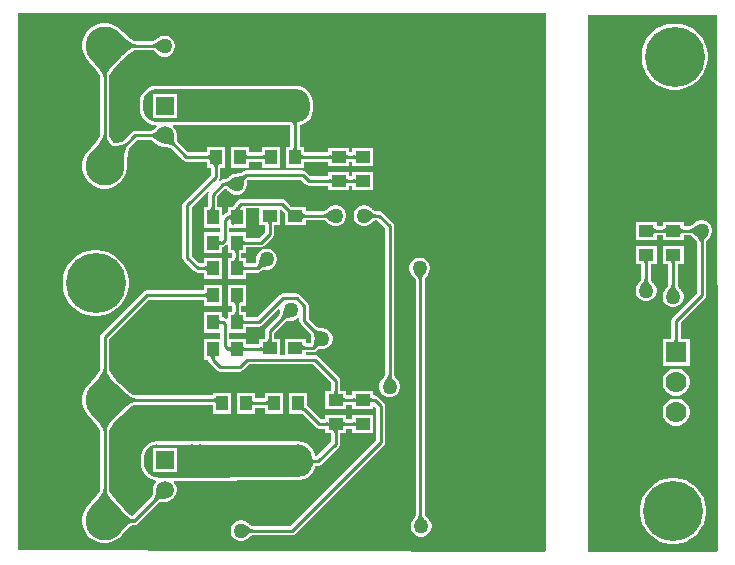
<source format=gbl>
G04*
G04 #@! TF.GenerationSoftware,Altium Limited,Altium Designer,25.5.2 (35)*
G04*
G04 Layer_Physical_Order=2*
G04 Layer_Color=16711680*
%FSLAX44Y44*%
%MOMM*%
G71*
G04*
G04 #@! TF.SameCoordinates,747CCF99-A89D-410B-911D-7770042ED889*
G04*
G04*
G04 #@! TF.FilePolarity,Positive*
G04*
G01*
G75*
%ADD17C,0.2540*%
%ADD21R,1.2700X1.0160*%
%ADD22R,1.0160X1.2700*%
%ADD38C,3.3000*%
%ADD39C,1.5000*%
%ADD40R,1.5000X1.5000*%
%ADD41C,5.0800*%
%ADD42C,1.7780*%
%ADD43R,1.7780X1.7780*%
%ADD44C,0.7620*%
%ADD45C,1.2700*%
G36*
X704850Y257439D02*
X703951Y256543D01*
X257810Y257810D01*
Y712470D01*
X704850D01*
Y257439D01*
D02*
G37*
G36*
X850898Y257439D02*
X850001Y256540D01*
X740410D01*
Y711200D01*
X849630D01*
X850898Y257439D01*
D02*
G37*
%LPC*%
G36*
X333345Y703970D02*
X329595D01*
X325916Y703238D01*
X322451Y701803D01*
X319333Y699719D01*
X316681Y697067D01*
X314597Y693949D01*
X313162Y690484D01*
X312430Y686805D01*
Y683055D01*
X313162Y679376D01*
X314597Y675911D01*
X316681Y672793D01*
X317936Y671537D01*
X318063Y671341D01*
X321707Y667593D01*
X324477Y664359D01*
X325510Y662976D01*
X326341Y661719D01*
X326952Y660624D01*
X327348Y659717D01*
X327547Y659030D01*
X327585Y658671D01*
Y609189D01*
X327547Y608829D01*
X327348Y608143D01*
X326952Y607235D01*
X326341Y606141D01*
X325511Y604884D01*
X324490Y603519D01*
X319986Y598448D01*
X318086Y596542D01*
X317948Y596334D01*
X316681Y595067D01*
X314597Y591949D01*
X313162Y588484D01*
X312430Y584805D01*
Y581055D01*
X313162Y577376D01*
X314597Y573911D01*
X316681Y570793D01*
X319333Y568141D01*
X322451Y566057D01*
X325916Y564622D01*
X329595Y563890D01*
X333345D01*
X337024Y564622D01*
X340489Y566057D01*
X343607Y568141D01*
X346259Y570793D01*
X348343Y573911D01*
X349778Y577376D01*
X350510Y581055D01*
Y582831D01*
X350559Y583058D01*
X350633Y588286D01*
X350961Y592530D01*
X351208Y594240D01*
X351509Y595716D01*
X351851Y596922D01*
X352213Y597843D01*
X352558Y598469D01*
X352785Y598751D01*
X359079Y605045D01*
X370777D01*
X370999Y604998D01*
X371323Y604889D01*
X371721Y604709D01*
X372185Y604450D01*
X372708Y604106D01*
X373258Y603695D01*
X374585Y602536D01*
X375297Y601835D01*
X375500Y601701D01*
X376305Y600896D01*
X378595Y599574D01*
X381148Y598890D01*
X382287D01*
X382526Y598841D01*
X383525Y598833D01*
X385282Y598714D01*
X385963Y598616D01*
X386575Y598489D01*
X387086Y598344D01*
X387495Y598190D01*
X387801Y598039D01*
X387992Y597915D01*
X398103Y587803D01*
X399364Y586961D01*
X400850Y586665D01*
X417830D01*
Y581660D01*
X421565D01*
Y575649D01*
X398573Y552657D01*
X397731Y551397D01*
X397435Y549910D01*
Y505460D01*
X397731Y503973D01*
X398573Y502713D01*
X407463Y493823D01*
X408723Y492981D01*
X410210Y492685D01*
X415290D01*
Y487680D01*
X430530D01*
Y505460D01*
X415290D01*
Y500455D01*
X411819D01*
X405205Y507069D01*
Y548301D01*
X419009Y562105D01*
X419995Y561295D01*
X419321Y560287D01*
X419025Y558800D01*
Y548640D01*
X415290D01*
Y530860D01*
X429185D01*
Y527050D01*
X415290D01*
Y509270D01*
X430530D01*
Y514275D01*
X432017Y514571D01*
X433277Y515413D01*
X434437Y516573D01*
X435610Y516087D01*
Y509270D01*
X439345D01*
Y505460D01*
X435610D01*
Y487680D01*
X450850D01*
Y492685D01*
X461010D01*
X462497Y492981D01*
X463757Y493823D01*
X464427Y494493D01*
X464556Y494581D01*
X464790Y494704D01*
X465099Y494830D01*
X465484Y494950D01*
X465947Y495056D01*
X466454Y495137D01*
X467818Y495243D01*
X468592Y495251D01*
X468828Y495300D01*
X469800D01*
X472061Y495906D01*
X474089Y497076D01*
X475744Y498731D01*
X476914Y500759D01*
X477520Y503020D01*
Y505360D01*
X476914Y507621D01*
X475744Y509649D01*
X474089Y511304D01*
X472061Y512474D01*
X469800Y513080D01*
X467460D01*
X465199Y512474D01*
X463171Y511304D01*
X461516Y509649D01*
X460346Y507621D01*
X459740Y505360D01*
Y504415D01*
X459692Y504206D01*
X459643Y502632D01*
X459583Y502047D01*
X459496Y501507D01*
X459390Y501044D01*
X459270Y500659D01*
X459187Y500455D01*
X450850D01*
Y505460D01*
X447115D01*
Y509270D01*
X450850D01*
Y514275D01*
X463550D01*
X465037Y514571D01*
X466297Y515413D01*
X473917Y523033D01*
X474759Y524293D01*
X475055Y525780D01*
Y533400D01*
X480060D01*
Y545297D01*
X481233Y545783D01*
X483249Y543768D01*
X483625Y543363D01*
X483870Y543058D01*
Y533400D01*
X501650D01*
Y537135D01*
X517222D01*
X517374Y537106D01*
X517627Y537028D01*
X517934Y536899D01*
X518292Y536710D01*
X518694Y536458D01*
X519110Y536157D01*
X520149Y535268D01*
X520702Y534726D01*
X520904Y534594D01*
X521591Y533906D01*
X523619Y532736D01*
X525880Y532130D01*
X528220D01*
X530481Y532736D01*
X532509Y533906D01*
X534164Y535561D01*
X535334Y537589D01*
X535940Y539850D01*
Y542190D01*
X535334Y544451D01*
X534164Y546479D01*
X532509Y548134D01*
X530481Y549304D01*
X528220Y549910D01*
X525880D01*
X523619Y549304D01*
X521591Y548134D01*
X520923Y547465D01*
X520741Y547352D01*
X519594Y546273D01*
X519137Y545902D01*
X518694Y545582D01*
X518292Y545330D01*
X517934Y545141D01*
X517627Y545012D01*
X517374Y544934D01*
X517222Y544905D01*
X501650D01*
Y548640D01*
X489457D01*
X488837Y549166D01*
X484077Y553927D01*
X482817Y554769D01*
X481330Y555065D01*
X447040D01*
X445553Y554769D01*
X444293Y553927D01*
X441535Y551169D01*
X440693Y549909D01*
X440441Y548640D01*
X435610D01*
Y543635D01*
X434123Y543339D01*
X432863Y542497D01*
X431703Y541337D01*
X430530Y541823D01*
Y548640D01*
X426795D01*
Y557191D01*
X433408Y563804D01*
X433554Y563776D01*
X433807Y563698D01*
X434114Y563569D01*
X434472Y563380D01*
X434874Y563128D01*
X435290Y562827D01*
X436329Y561938D01*
X436882Y561396D01*
X437084Y561264D01*
X437771Y560576D01*
X439799Y559406D01*
X442060Y558800D01*
X444400D01*
X446661Y559406D01*
X448689Y560576D01*
X450344Y562231D01*
X451514Y564259D01*
X452120Y566520D01*
Y567465D01*
X452168Y567674D01*
X452217Y569248D01*
X452277Y569833D01*
X452364Y570373D01*
X452470Y570836D01*
X452590Y571221D01*
X452673Y571425D01*
X497501D01*
X501443Y567483D01*
X502703Y566641D01*
X504190Y566345D01*
X520700D01*
Y562610D01*
X538480D01*
Y566345D01*
X541020D01*
Y562610D01*
X558800D01*
Y577850D01*
X541020D01*
Y574115D01*
X538480D01*
Y577850D01*
X520700D01*
Y574115D01*
X505799D01*
X501857Y578057D01*
X500597Y578899D01*
X499110Y579195D01*
X450850D01*
X449363Y578899D01*
X448103Y578057D01*
X447433Y577387D01*
X447304Y577299D01*
X447070Y577176D01*
X446761Y577050D01*
X446376Y576930D01*
X445913Y576824D01*
X445406Y576743D01*
X444042Y576637D01*
X443268Y576629D01*
X443032Y576580D01*
X442060D01*
X439799Y575974D01*
X437771Y574804D01*
X437103Y574135D01*
X436921Y574022D01*
X435774Y572943D01*
X435317Y572572D01*
X434874Y572252D01*
X434472Y572000D01*
X434114Y571811D01*
X433807Y571682D01*
X433554Y571604D01*
X433402Y571575D01*
X431800D01*
X430313Y571279D01*
X429053Y570437D01*
X428197Y571293D01*
X429039Y572553D01*
X429335Y574040D01*
Y581660D01*
X433070D01*
Y599440D01*
X417830D01*
Y594435D01*
X402459D01*
X393485Y603408D01*
X393362Y603599D01*
X393210Y603905D01*
X393056Y604314D01*
X392911Y604825D01*
X392784Y605438D01*
X392686Y606118D01*
X392567Y607875D01*
X392560Y608874D01*
X392510Y609113D01*
Y610252D01*
X391826Y612805D01*
X390504Y615095D01*
X389260Y616339D01*
X389786Y617609D01*
X488875D01*
Y599440D01*
X485140D01*
Y581660D01*
X500380D01*
Y586665D01*
X520700D01*
Y582930D01*
X538480D01*
Y586665D01*
X541020D01*
Y582930D01*
X558800D01*
Y598170D01*
X541020D01*
Y594435D01*
X538480D01*
Y598170D01*
X520700D01*
Y594435D01*
X500380D01*
Y599440D01*
X496645D01*
Y617815D01*
X498126Y618010D01*
X501216Y619290D01*
X503869Y621325D01*
X505905Y623978D01*
X507184Y627068D01*
X507621Y630383D01*
X507586D01*
X507586Y630383D01*
Y636733D01*
X507586Y636733D01*
X507632D01*
X507151Y640380D01*
X505744Y643778D01*
X503505Y646697D01*
X500586Y648936D01*
X497188Y650343D01*
X493541Y650824D01*
Y650778D01*
X493541Y650778D01*
X375431D01*
X375431Y650778D01*
Y650824D01*
X371784Y650343D01*
X368386Y648936D01*
X365467Y646697D01*
X363228Y643778D01*
X361821Y640380D01*
X361683Y639335D01*
X361645Y639244D01*
X361601Y639020D01*
Y638870D01*
X361560Y638726D01*
X361580Y638551D01*
X361340Y636733D01*
X361386D01*
X361387Y636732D01*
Y631654D01*
X361386Y631653D01*
X361340D01*
X361821Y628006D01*
X363228Y624608D01*
X365467Y621689D01*
X368386Y619450D01*
X371784Y618043D01*
X375145Y617600D01*
X375592Y616790D01*
X375680Y616339D01*
X375500Y616159D01*
X375297Y616025D01*
X374585Y615323D01*
X373258Y614165D01*
X372708Y613754D01*
X372185Y613410D01*
X371721Y613151D01*
X371323Y612971D01*
X370999Y612862D01*
X370777Y612815D01*
X357470D01*
X355983Y612519D01*
X354723Y611677D01*
X347291Y604245D01*
X347009Y604018D01*
X346383Y603673D01*
X345462Y603311D01*
X344256Y602969D01*
X342780Y602668D01*
X341093Y602424D01*
X339468Y602328D01*
X338464Y603500D01*
X337430Y604884D01*
X336599Y606141D01*
X335988Y607236D01*
X335592Y608143D01*
X335393Y608829D01*
X335355Y609189D01*
Y658671D01*
X335393Y659030D01*
X335592Y659717D01*
X335988Y660624D01*
X336599Y661719D01*
X337429Y662976D01*
X338450Y664341D01*
X342954Y669412D01*
X344854Y671318D01*
X344939Y671445D01*
X345059Y671523D01*
X348807Y675167D01*
X352040Y677936D01*
X353424Y678970D01*
X354681Y679801D01*
X355776Y680412D01*
X356683Y680808D01*
X357369Y681006D01*
X357729Y681045D01*
X372375D01*
X372523Y681016D01*
X372757Y680941D01*
X373037Y680817D01*
X373362Y680635D01*
X373727Y680387D01*
X374100Y680093D01*
X375045Y679194D01*
X375542Y678643D01*
X375706Y678522D01*
X376811Y677416D01*
X378839Y676246D01*
X381100Y675640D01*
X383440D01*
X385701Y676246D01*
X387729Y677416D01*
X389384Y679071D01*
X390554Y681099D01*
X391160Y683360D01*
Y685700D01*
X390554Y687961D01*
X389384Y689989D01*
X387729Y691644D01*
X385701Y692814D01*
X383440Y693420D01*
X381100D01*
X378839Y692814D01*
X376811Y691644D01*
X376440Y691272D01*
X376326Y691207D01*
X375717Y690678D01*
X374582Y689806D01*
X374122Y689502D01*
X373683Y689248D01*
X373294Y689056D01*
X372961Y688924D01*
X372689Y688843D01*
X372535Y688814D01*
X357729D01*
X357369Y688853D01*
X356683Y689052D01*
X355775Y689448D01*
X354681Y690059D01*
X353424Y690889D01*
X352059Y691909D01*
X346988Y696413D01*
X345082Y698314D01*
X344874Y698452D01*
X343607Y699719D01*
X340489Y701803D01*
X337024Y703238D01*
X333345Y703970D01*
D02*
G37*
G36*
X480060Y599440D02*
X464820D01*
Y594435D01*
X453390D01*
Y599440D01*
X438150D01*
Y581660D01*
X453390D01*
Y586665D01*
X464820D01*
Y581660D01*
X480060D01*
Y599440D01*
D02*
G37*
G36*
X430530Y482600D02*
X415290D01*
Y477595D01*
X367030D01*
X365543Y477299D01*
X364283Y476457D01*
X328723Y440897D01*
X327881Y439637D01*
X327585Y438150D01*
Y411069D01*
X327547Y410709D01*
X327348Y410023D01*
X326952Y409115D01*
X326341Y408021D01*
X325511Y406764D01*
X324490Y405399D01*
X319986Y400328D01*
X318086Y398422D01*
X317948Y398214D01*
X316681Y396947D01*
X314597Y393829D01*
X313162Y390364D01*
X312430Y386685D01*
Y382935D01*
X313162Y379256D01*
X314597Y375791D01*
X316681Y372673D01*
X317936Y371417D01*
X318063Y371222D01*
X321707Y367473D01*
X324477Y364240D01*
X325510Y362856D01*
X326341Y361599D01*
X326952Y360504D01*
X327348Y359597D01*
X327547Y358911D01*
X327585Y358551D01*
Y309069D01*
X327547Y308710D01*
X327348Y308023D01*
X326952Y307116D01*
X326341Y306021D01*
X325511Y304764D01*
X324490Y303399D01*
X319986Y298328D01*
X318086Y296422D01*
X317948Y296215D01*
X316681Y294947D01*
X314597Y291829D01*
X313162Y288364D01*
X312430Y284685D01*
Y280935D01*
X313162Y277256D01*
X314597Y273791D01*
X316681Y270673D01*
X319333Y268021D01*
X322451Y265937D01*
X325916Y264502D01*
X329595Y263770D01*
X333345D01*
X337024Y264502D01*
X340489Y265937D01*
X343607Y268021D01*
X346259Y270673D01*
X346648Y271255D01*
X346695Y271295D01*
X347948Y272892D01*
X349129Y274265D01*
X350267Y275455D01*
X351356Y276461D01*
X352389Y277284D01*
X353357Y277928D01*
X354251Y278401D01*
X355065Y278715D01*
X355800Y278888D01*
X356265Y278926D01*
X356470D01*
X356610Y278953D01*
X356678Y278959D01*
X356773Y278986D01*
X357957Y279221D01*
X359217Y280063D01*
X376949Y297795D01*
X377139Y297919D01*
X377445Y298071D01*
X377854Y298225D01*
X378366Y298369D01*
X378978Y298496D01*
X379658Y298594D01*
X381415Y298713D01*
X382414Y298721D01*
X382653Y298770D01*
X383792D01*
X386345Y299454D01*
X388635Y300776D01*
X390504Y302645D01*
X391826Y304935D01*
X392510Y307488D01*
Y310132D01*
X391826Y312686D01*
X390504Y314975D01*
X390078Y315401D01*
X390560Y316576D01*
X496481Y317295D01*
X496521Y317256D01*
Y317256D01*
X499978Y317711D01*
X503200Y319046D01*
X505967Y321169D01*
X508090Y323936D01*
X509425Y327158D01*
X509633Y328737D01*
X509729Y329039D01*
X511993D01*
X513480Y329334D01*
X514740Y330176D01*
X529797Y345233D01*
X530639Y346493D01*
X530935Y347980D01*
Y356870D01*
X535940D01*
Y360605D01*
X541020D01*
Y356870D01*
X558800D01*
Y372110D01*
X541020D01*
Y368375D01*
X535940D01*
Y372110D01*
X518160D01*
Y368375D01*
X514689D01*
X503127Y379937D01*
X502920Y380075D01*
Y391160D01*
X487680D01*
Y373380D01*
X498696D01*
X510333Y361743D01*
X511593Y360901D01*
X513080Y360605D01*
X518160D01*
Y356870D01*
X523165D01*
Y349589D01*
X510826Y337250D01*
X509485Y337704D01*
X509308Y339049D01*
X507834Y342608D01*
X505489Y345664D01*
X502434Y348008D01*
X498875Y349482D01*
X495056Y349985D01*
Y349985D01*
X494986Y349934D01*
X376368D01*
X376265Y349980D01*
Y349980D01*
X372618Y349499D01*
X369220Y348092D01*
X366302Y345853D01*
X364063Y342934D01*
X362955Y340259D01*
X362935Y340226D01*
X362931Y340203D01*
X362655Y339536D01*
X362396Y337568D01*
X362280Y336986D01*
X362304Y336868D01*
X362180Y335926D01*
X362153Y335762D01*
X361950Y335273D01*
Y332747D01*
X362132Y332308D01*
X362221Y331557D01*
Y331332D01*
X362221Y331332D01*
X362221D01*
X362227Y331301D01*
X362509Y328436D01*
X362720Y327740D01*
X362742Y327542D01*
X362828Y327384D01*
X363354Y325651D01*
X364726Y323085D01*
X366572Y320835D01*
X368821Y318989D01*
X371387Y317618D01*
X374172Y316773D01*
X374571Y316734D01*
X374999Y315538D01*
X374436Y314975D01*
X373114Y312686D01*
X372430Y310132D01*
Y308993D01*
X372381Y308754D01*
X372373Y307755D01*
X372254Y305998D01*
X372156Y305318D01*
X372029Y304706D01*
X371885Y304194D01*
X371731Y303785D01*
X371579Y303479D01*
X371455Y303288D01*
X355071Y286905D01*
X355065Y286906D01*
X354251Y287220D01*
X353357Y287692D01*
X352389Y288336D01*
X351356Y289160D01*
X350294Y290141D01*
X347927Y292754D01*
X346695Y294325D01*
X346648Y294366D01*
X346259Y294947D01*
X345004Y296203D01*
X344877Y296399D01*
X341233Y300147D01*
X338464Y303381D01*
X337430Y304764D01*
X336599Y306021D01*
X335988Y307116D01*
X335592Y308023D01*
X335393Y308710D01*
X335355Y309069D01*
Y358551D01*
X335393Y358911D01*
X335592Y359597D01*
X335988Y360505D01*
X336599Y361599D01*
X337429Y362856D01*
X338450Y364221D01*
X342954Y369292D01*
X344854Y371198D01*
X344939Y371325D01*
X345059Y371403D01*
X348807Y375047D01*
X352040Y377817D01*
X353424Y378851D01*
X354681Y379681D01*
X355776Y380292D01*
X356683Y380688D01*
X357369Y380887D01*
X357729Y380925D01*
X422910D01*
Y373380D01*
X438150D01*
Y391160D01*
X422910D01*
Y388695D01*
X357729D01*
X357369Y388733D01*
X356683Y388932D01*
X355775Y389328D01*
X354681Y389939D01*
X353424Y390769D01*
X352059Y391790D01*
X346988Y396294D01*
X345082Y398194D01*
X344955Y398279D01*
X344877Y398399D01*
X341233Y402147D01*
X338464Y405380D01*
X337430Y406764D01*
X336599Y408021D01*
X335988Y409116D01*
X335592Y410023D01*
X335393Y410709D01*
X335355Y411069D01*
Y436541D01*
X368639Y469825D01*
X415290D01*
Y464820D01*
X430530D01*
Y482600D01*
D02*
G37*
G36*
X326049Y511810D02*
X321651D01*
X317307Y511122D01*
X313125Y509763D01*
X309206Y507766D01*
X305648Y505181D01*
X302539Y502072D01*
X299954Y498514D01*
X297957Y494595D01*
X296598Y490413D01*
X295910Y486069D01*
Y481671D01*
X296598Y477327D01*
X297957Y473145D01*
X299954Y469226D01*
X302539Y465668D01*
X305648Y462559D01*
X309206Y459974D01*
X313125Y457977D01*
X317307Y456618D01*
X321651Y455930D01*
X326049D01*
X330393Y456618D01*
X334575Y457977D01*
X338494Y459974D01*
X342052Y462559D01*
X345161Y465668D01*
X347746Y469226D01*
X349743Y473145D01*
X351102Y477327D01*
X351790Y481671D01*
Y486069D01*
X351102Y490413D01*
X349743Y494595D01*
X347746Y498514D01*
X345161Y502072D01*
X342052Y505181D01*
X338494Y507766D01*
X334575Y509763D01*
X330393Y511122D01*
X326049Y511810D01*
D02*
G37*
G36*
X450850Y482600D02*
X435610D01*
Y464820D01*
X439345D01*
Y459740D01*
X435610D01*
Y453975D01*
X434437Y453489D01*
X434329Y453597D01*
X433069Y454439D01*
X431582Y454735D01*
X430530D01*
Y459740D01*
X415290D01*
Y441960D01*
X429185D01*
Y436880D01*
X419475D01*
X419100Y436955D01*
X418725Y436880D01*
X415290D01*
Y433445D01*
X415215Y433070D01*
X415290Y432695D01*
Y419100D01*
X419025D01*
X419321Y417613D01*
X420163Y416353D01*
X426513Y410003D01*
X427773Y409161D01*
X429260Y408865D01*
X445770D01*
X447257Y409161D01*
X448517Y410003D01*
X453729Y415215D01*
X507661D01*
X523165Y399711D01*
Y392430D01*
X518160D01*
Y377190D01*
X535940D01*
Y380925D01*
X541020D01*
Y377190D01*
X558800D01*
Y378927D01*
X559973Y379413D01*
X561265Y378121D01*
Y350859D01*
X488611Y278205D01*
X456868D01*
X456716Y278234D01*
X456463Y278312D01*
X456156Y278441D01*
X455798Y278630D01*
X455396Y278882D01*
X454980Y279182D01*
X453941Y280072D01*
X453388Y280614D01*
X453186Y280746D01*
X452499Y281434D01*
X450471Y282604D01*
X448210Y283210D01*
X445870D01*
X443609Y282604D01*
X441581Y281434D01*
X439926Y279779D01*
X438756Y277751D01*
X438150Y275490D01*
Y273150D01*
X438756Y270889D01*
X439926Y268861D01*
X441581Y267206D01*
X443609Y266036D01*
X445870Y265430D01*
X448210D01*
X450471Y266036D01*
X452499Y267206D01*
X453167Y267875D01*
X453349Y267988D01*
X454496Y269067D01*
X454953Y269438D01*
X455396Y269758D01*
X455798Y270010D01*
X456156Y270199D01*
X456463Y270328D01*
X456716Y270406D01*
X456868Y270435D01*
X490220D01*
X491707Y270731D01*
X492967Y271573D01*
X567897Y346503D01*
X568739Y347763D01*
X569035Y349250D01*
Y379730D01*
X568739Y381217D01*
X567897Y382477D01*
X562817Y387557D01*
X561557Y388399D01*
X560070Y388695D01*
X558800D01*
Y392430D01*
X541020D01*
Y388695D01*
X535940D01*
Y392430D01*
X530935D01*
Y401320D01*
X530639Y402807D01*
X529797Y404067D01*
X512017Y421847D01*
X510757Y422689D01*
X509270Y422985D01*
X501650D01*
Y425375D01*
X508000D01*
X509487Y425671D01*
X510747Y426513D01*
X511417Y427183D01*
X511545Y427271D01*
X511780Y427394D01*
X512089Y427520D01*
X512474Y427640D01*
X512937Y427746D01*
X513444Y427827D01*
X514808Y427933D01*
X515582Y427941D01*
X515818Y427990D01*
X516790D01*
X519051Y428596D01*
X521079Y429766D01*
X522734Y431421D01*
X523904Y433449D01*
X524510Y435710D01*
Y438050D01*
X523904Y440311D01*
X522734Y442339D01*
X521079Y443994D01*
X519051Y445164D01*
X516790Y445770D01*
X515845D01*
X515636Y445818D01*
X514062Y445867D01*
X513477Y445927D01*
X512937Y446014D01*
X512474Y446120D01*
X512089Y446240D01*
X511780Y446366D01*
X511545Y446489D01*
X511417Y446577D01*
X504265Y453729D01*
Y464820D01*
X503969Y466307D01*
X503127Y467567D01*
X496777Y473917D01*
X495517Y474759D01*
X494030Y475055D01*
X482600D01*
X481113Y474759D01*
X479853Y473917D01*
X460671Y454735D01*
X450850D01*
Y459740D01*
X447115D01*
Y464820D01*
X450850D01*
Y482600D01*
D02*
G37*
G36*
X552350Y549910D02*
X550010D01*
X547749Y549304D01*
X545721Y548134D01*
X544066Y546479D01*
X542896Y544451D01*
X542290Y542190D01*
Y539850D01*
X542896Y537589D01*
X544066Y535561D01*
X545721Y533906D01*
X547749Y532736D01*
X550010Y532130D01*
X552350D01*
X554611Y532736D01*
X556639Y533906D01*
X557307Y534575D01*
X557489Y534688D01*
X558636Y535767D01*
X559092Y536138D01*
X559536Y536458D01*
X559938Y536710D01*
X560296Y536899D01*
X560602Y537028D01*
X560856Y537106D01*
X561008Y537135D01*
X562271D01*
X568885Y530521D01*
Y406068D01*
X568856Y405916D01*
X568778Y405662D01*
X568649Y405356D01*
X568460Y404998D01*
X568208Y404596D01*
X567907Y404180D01*
X567018Y403141D01*
X566476Y402588D01*
X566344Y402386D01*
X565656Y401699D01*
X564486Y399671D01*
X563880Y397410D01*
Y395070D01*
X564486Y392809D01*
X565656Y390781D01*
X567311Y389126D01*
X569339Y387956D01*
X571600Y387350D01*
X573940D01*
X576201Y387956D01*
X578229Y389126D01*
X579884Y390781D01*
X581054Y392809D01*
X581660Y395070D01*
Y397410D01*
X581054Y399671D01*
X579884Y401699D01*
X579215Y402367D01*
X579102Y402549D01*
X578023Y403696D01*
X577652Y404152D01*
X577332Y404596D01*
X577080Y404998D01*
X576891Y405356D01*
X576762Y405662D01*
X576684Y405916D01*
X576655Y406068D01*
Y532130D01*
X576359Y533617D01*
X575517Y534877D01*
X566627Y543767D01*
X565367Y544609D01*
X563880Y544905D01*
X561008D01*
X560856Y544934D01*
X560602Y545012D01*
X560296Y545141D01*
X559938Y545330D01*
X559536Y545582D01*
X559120Y545882D01*
X558081Y546772D01*
X557528Y547314D01*
X557326Y547446D01*
X556639Y548134D01*
X554611Y549304D01*
X552350Y549910D01*
D02*
G37*
G36*
X482600Y391160D02*
X467360D01*
Y386155D01*
X458470D01*
Y391160D01*
X443230D01*
Y373380D01*
X458470D01*
Y378385D01*
X467360D01*
Y373380D01*
X482600D01*
Y391160D01*
D02*
G37*
G36*
X599340Y505460D02*
X597000D01*
X594739Y504854D01*
X592711Y503684D01*
X591056Y502029D01*
X589886Y500001D01*
X589280Y497740D01*
Y495400D01*
X589886Y493139D01*
X591056Y491111D01*
X592526Y489642D01*
X592535Y489631D01*
X592548Y489619D01*
X592711Y489456D01*
X592810Y489399D01*
X593117Y489142D01*
X593578Y488711D01*
X593964Y488305D01*
X594278Y487928D01*
X594521Y487584D01*
X594698Y487279D01*
X594819Y487015D01*
X594892Y486792D01*
X594920Y486647D01*
Y287798D01*
X594892Y287644D01*
X594811Y287362D01*
X594677Y287014D01*
X594485Y286607D01*
X594231Y286146D01*
X593927Y285659D01*
X593069Y284468D01*
X592549Y283825D01*
X592534Y283797D01*
X592326Y283589D01*
X591156Y281561D01*
X590550Y279300D01*
Y276960D01*
X591156Y274699D01*
X592326Y272671D01*
X593981Y271016D01*
X596009Y269846D01*
X598270Y269240D01*
X600610D01*
X602871Y269846D01*
X604899Y271016D01*
X606554Y272671D01*
X607724Y274699D01*
X608330Y276960D01*
Y279300D01*
X607724Y281561D01*
X606554Y283589D01*
X605084Y285058D01*
X605075Y285069D01*
X605061Y285081D01*
X604899Y285244D01*
X604800Y285301D01*
X604493Y285558D01*
X604032Y285989D01*
X603646Y286395D01*
X603332Y286772D01*
X603089Y287116D01*
X602911Y287421D01*
X602791Y287685D01*
X602718Y287908D01*
X602690Y288053D01*
Y486902D01*
X602718Y487056D01*
X602799Y487338D01*
X602933Y487686D01*
X603125Y488093D01*
X603379Y488554D01*
X603683Y489041D01*
X604541Y490232D01*
X605061Y490876D01*
X605076Y490903D01*
X605284Y491111D01*
X606454Y493139D01*
X607060Y495400D01*
Y497740D01*
X606454Y500001D01*
X605284Y502029D01*
X603629Y503684D01*
X601601Y504854D01*
X599340Y505460D01*
D02*
G37*
%LPD*%
G36*
X377464Y680379D02*
X376901Y681003D01*
X375798Y682052D01*
X375257Y682479D01*
X374724Y682840D01*
X374198Y683135D01*
X373680Y683364D01*
X373169Y683529D01*
X372666Y683627D01*
X372170Y683660D01*
X372333Y686200D01*
X372804Y686230D01*
X373296Y686322D01*
X373810Y686475D01*
X374346Y686688D01*
X374905Y686963D01*
X375485Y687299D01*
X376087Y687695D01*
X377356Y688672D01*
X378024Y689252D01*
X377464Y680379D01*
D02*
G37*
G36*
X345213Y694527D02*
X350421Y689901D01*
X351934Y688770D01*
X353334Y687845D01*
X354624Y687125D01*
X355801Y686611D01*
X356867Y686303D01*
X357821Y686200D01*
Y683660D01*
X356867Y683557D01*
X355801Y683249D01*
X354624Y682735D01*
X353334Y682015D01*
X351934Y681090D01*
X350421Y679959D01*
X347061Y677081D01*
X343253Y673380D01*
Y696480D01*
X345213Y694527D01*
D02*
G37*
G36*
X341067Y671187D02*
X336441Y665979D01*
X335310Y664466D01*
X334385Y663065D01*
X333665Y661776D01*
X333151Y660599D01*
X332843Y659533D01*
X332740Y658579D01*
X330200D01*
X330097Y659533D01*
X329789Y660599D01*
X329275Y661776D01*
X328555Y663065D01*
X327630Y664466D01*
X326499Y665979D01*
X323621Y669339D01*
X319920Y673146D01*
X343020D01*
X341067Y671187D01*
D02*
G37*
G36*
X364250Y638550D02*
X364141Y638515D01*
X364185Y638739D01*
X364228Y638832D01*
X364250Y638550D01*
D02*
G37*
G36*
X496505Y646503D02*
X498354Y645737D01*
X500018Y644625D01*
X501433Y643210D01*
X502545Y641546D01*
X503311Y639697D01*
X503701Y637734D01*
Y636733D01*
Y630383D01*
Y629507D01*
X503359Y627790D01*
X502689Y626172D01*
X501716Y624716D01*
X500478Y623478D01*
X499022Y622505D01*
X497404Y621835D01*
X495687Y621493D01*
X494030D01*
X491490Y617683D01*
X491465Y618166D01*
X491388Y618598D01*
X491261Y618979D01*
X491084Y619309D01*
X490855Y619588D01*
X490576Y619817D01*
X490245Y619995D01*
X489864Y620122D01*
X489433Y620198D01*
X488950Y620223D01*
Y621493D01*
X412463D01*
X411777Y620223D01*
X407670Y621011D01*
X403563Y620223D01*
X402877Y621493D01*
X374430D01*
X372467Y621884D01*
X370619Y622649D01*
X368955Y623761D01*
X367539Y625176D01*
X366427Y626841D01*
X365662Y628689D01*
X365271Y630652D01*
Y631653D01*
Y635824D01*
X364491Y634907D01*
X364465Y635853D01*
X364250Y638550D01*
X365514Y638956D01*
X365662Y639697D01*
X366427Y641546D01*
X367539Y643210D01*
X368955Y644625D01*
X370619Y645737D01*
X372467Y646503D01*
X374430Y646893D01*
X494542D01*
X496505Y646503D01*
D02*
G37*
G36*
X377114Y603680D02*
X376347Y604436D01*
X374887Y605710D01*
X374196Y606227D01*
X373530Y606665D01*
X372889Y607023D01*
X372273Y607302D01*
X371683Y607501D01*
X371118Y607620D01*
X370578Y607660D01*
Y610200D01*
X371118Y610240D01*
X371683Y610359D01*
X372273Y610558D01*
X372889Y610837D01*
X373530Y611195D01*
X374196Y611633D01*
X374887Y612150D01*
X376347Y613424D01*
X377114Y614180D01*
Y603680D01*
D02*
G37*
G36*
X389978Y607777D02*
X390109Y605845D01*
X390232Y604990D01*
X390394Y604210D01*
X390594Y603503D01*
X390832Y602871D01*
X391109Y602313D01*
X391423Y601829D01*
X391777Y601419D01*
X389981Y599623D01*
X389571Y599977D01*
X389087Y600292D01*
X388529Y600568D01*
X387897Y600807D01*
X387191Y601006D01*
X386410Y601168D01*
X385555Y601291D01*
X383623Y601422D01*
X382545Y601430D01*
X389970Y608855D01*
X389978Y607777D01*
D02*
G37*
G36*
X494043Y598921D02*
X494081Y598484D01*
X494144Y598099D01*
X494233Y597764D01*
X494347Y597482D01*
X494487Y597250D01*
X494652Y597070D01*
X494843Y596942D01*
X495059Y596865D01*
X495300Y596839D01*
X490220D01*
X490461Y596865D01*
X490677Y596942D01*
X490868Y597070D01*
X491033Y597250D01*
X491172Y597482D01*
X491287Y597764D01*
X491376Y598099D01*
X491439Y598484D01*
X491477Y598921D01*
X491490Y599409D01*
X494030D01*
X494043Y598921D01*
D02*
G37*
G36*
X543591Y588010D02*
X543565Y588251D01*
X543489Y588467D01*
X543362Y588658D01*
X543184Y588823D01*
X542956Y588963D01*
X542676Y589077D01*
X542346Y589166D01*
X541965Y589229D01*
X541533Y589267D01*
X541050Y589280D01*
Y591820D01*
X541533Y591833D01*
X541965Y591871D01*
X542346Y591934D01*
X542676Y592023D01*
X542956Y592137D01*
X543184Y592277D01*
X543362Y592442D01*
X543489Y592633D01*
X543565Y592849D01*
X543591Y593090D01*
Y588010D01*
D02*
G37*
G36*
X535935Y592849D02*
X536011Y592633D01*
X536138Y592442D01*
X536316Y592277D01*
X536544Y592137D01*
X536824Y592023D01*
X537154Y591934D01*
X537535Y591871D01*
X537967Y591833D01*
X538450Y591820D01*
Y589280D01*
X537967Y589267D01*
X537535Y589229D01*
X537154Y589166D01*
X536824Y589077D01*
X536544Y588963D01*
X536316Y588823D01*
X536138Y588658D01*
X536011Y588467D01*
X535935Y588251D01*
X535910Y588010D01*
Y593090D01*
X535935Y592849D01*
D02*
G37*
G36*
X523301Y588010D02*
X523275Y588251D01*
X523198Y588467D01*
X523070Y588658D01*
X522890Y588823D01*
X522658Y588963D01*
X522376Y589077D01*
X522041Y589166D01*
X521656Y589229D01*
X521219Y589267D01*
X520731Y589280D01*
Y591820D01*
X521219Y591833D01*
X521656Y591871D01*
X522041Y591934D01*
X522376Y592023D01*
X522658Y592137D01*
X522890Y592277D01*
X523070Y592442D01*
X523198Y592633D01*
X523275Y592849D01*
X523301Y593090D01*
Y588010D01*
D02*
G37*
G36*
X497805Y592849D02*
X497882Y592633D01*
X498010Y592442D01*
X498190Y592277D01*
X498422Y592137D01*
X498704Y592023D01*
X499039Y591934D01*
X499424Y591871D01*
X499861Y591833D01*
X500350Y591820D01*
Y589280D01*
X499861Y589267D01*
X499424Y589229D01*
X499039Y589166D01*
X498704Y589077D01*
X498422Y588963D01*
X498190Y588823D01*
X498010Y588658D01*
X497882Y588467D01*
X497805Y588251D01*
X497779Y588010D01*
Y593090D01*
X497805Y592849D01*
D02*
G37*
G36*
X420431Y588010D02*
X420405Y588251D01*
X420328Y588467D01*
X420200Y588658D01*
X420020Y588823D01*
X419788Y588963D01*
X419506Y589077D01*
X419171Y589166D01*
X418786Y589229D01*
X418349Y589267D01*
X417860Y589280D01*
Y591820D01*
X418349Y591833D01*
X418786Y591871D01*
X419171Y591934D01*
X419506Y592023D01*
X419788Y592137D01*
X420020Y592277D01*
X420200Y592442D01*
X420328Y592633D01*
X420405Y592849D01*
X420431Y593090D01*
Y588010D01*
D02*
G37*
G36*
X332843Y608327D02*
X333151Y607261D01*
X333665Y606084D01*
X334385Y604794D01*
X335310Y603394D01*
X336441Y601881D01*
X338338Y599666D01*
X341355Y599845D01*
X343225Y600115D01*
X344869Y600452D01*
X346290Y600854D01*
X347486Y601324D01*
X348458Y601859D01*
X349205Y602461D01*
X351001Y600665D01*
X350399Y599918D01*
X349864Y598946D01*
X349394Y597750D01*
X348992Y596329D01*
X348655Y594685D01*
X348385Y592815D01*
X348044Y588404D01*
X347969Y583095D01*
X336351Y594713D01*
X319920D01*
X321873Y596673D01*
X326499Y601881D01*
X327630Y603394D01*
X328555Y604794D01*
X329275Y606084D01*
X329789Y607261D01*
X330097Y608327D01*
X330200Y609281D01*
X332740D01*
X332843Y608327D01*
D02*
G37*
G36*
X427749Y584205D02*
X427533Y584129D01*
X427342Y584002D01*
X427177Y583824D01*
X427038Y583596D01*
X426923Y583316D01*
X426834Y582986D01*
X426771Y582605D01*
X426733Y582173D01*
X426720Y581690D01*
X424180D01*
X424167Y582173D01*
X424129Y582605D01*
X424066Y582986D01*
X423977Y583316D01*
X423862Y583596D01*
X423723Y583824D01*
X423558Y584002D01*
X423367Y584129D01*
X423151Y584205D01*
X422910Y584230D01*
X427990D01*
X427749Y584205D01*
D02*
G37*
G36*
X451222Y573885D02*
X450902Y573521D01*
X450616Y573101D01*
X450365Y572625D01*
X450149Y572095D01*
X449968Y571509D01*
X449821Y570868D01*
X449709Y570173D01*
X449631Y569421D01*
X449580Y567753D01*
X443293Y574040D01*
X444155Y574048D01*
X445713Y574169D01*
X446409Y574281D01*
X447049Y574428D01*
X447635Y574609D01*
X448165Y574826D01*
X448641Y575076D01*
X449061Y575362D01*
X449426Y575681D01*
X451222Y573885D01*
D02*
G37*
G36*
X543591Y567690D02*
X543565Y567931D01*
X543489Y568147D01*
X543362Y568338D01*
X543184Y568503D01*
X542956Y568643D01*
X542676Y568757D01*
X542346Y568846D01*
X541965Y568909D01*
X541533Y568947D01*
X541050Y568960D01*
Y571500D01*
X541533Y571513D01*
X541965Y571551D01*
X542346Y571614D01*
X542676Y571703D01*
X542956Y571818D01*
X543184Y571957D01*
X543362Y572122D01*
X543489Y572313D01*
X543565Y572529D01*
X543591Y572770D01*
Y567690D01*
D02*
G37*
G36*
X535935Y572529D02*
X536011Y572313D01*
X536138Y572122D01*
X536316Y571957D01*
X536544Y571818D01*
X536824Y571703D01*
X537154Y571614D01*
X537535Y571551D01*
X537967Y571513D01*
X538450Y571500D01*
Y568960D01*
X537967Y568947D01*
X537535Y568909D01*
X537154Y568846D01*
X536824Y568757D01*
X536544Y568643D01*
X536316Y568503D01*
X536138Y568338D01*
X536011Y568147D01*
X535935Y567931D01*
X535910Y567690D01*
Y572770D01*
X535935Y572529D01*
D02*
G37*
G36*
X523301Y567690D02*
X523275Y567931D01*
X523198Y568147D01*
X523070Y568338D01*
X522890Y568503D01*
X522658Y568643D01*
X522376Y568757D01*
X522041Y568846D01*
X521656Y568909D01*
X521219Y568947D01*
X520731Y568960D01*
Y571500D01*
X521219Y571513D01*
X521656Y571551D01*
X522041Y571614D01*
X522376Y571703D01*
X522658Y571818D01*
X522890Y571957D01*
X523070Y572122D01*
X523198Y572313D01*
X523275Y572529D01*
X523301Y572770D01*
Y567690D01*
D02*
G37*
G36*
X438695Y563245D02*
X438080Y563848D01*
X436893Y564864D01*
X436322Y565277D01*
X435765Y565626D01*
X435223Y565912D01*
X434695Y566134D01*
X434181Y566293D01*
X433683Y566388D01*
X433198Y566420D01*
Y568960D01*
X433683Y568992D01*
X434181Y569087D01*
X434695Y569246D01*
X435223Y569468D01*
X435765Y569754D01*
X436322Y570103D01*
X436893Y570516D01*
X437479Y570992D01*
X438695Y572135D01*
Y563245D01*
D02*
G37*
G36*
X445563Y547975D02*
X445595Y547575D01*
X445649Y547222D01*
X445725Y546917D01*
X445823Y546658D01*
X445942Y546446D01*
X446082Y546281D01*
X446245Y546164D01*
X446429Y546093D01*
X446635Y546069D01*
X441930D01*
X442135Y546093D01*
X442319Y546164D01*
X442482Y546281D01*
X442622Y546446D01*
X442742Y546658D01*
X442839Y546917D01*
X442915Y547222D01*
X442969Y547575D01*
X443001Y547975D01*
X443012Y548422D01*
X445552D01*
X445563Y547975D01*
D02*
G37*
G36*
X424193Y548127D02*
X424231Y547695D01*
X424294Y547314D01*
X424383Y546984D01*
X424497Y546704D01*
X424637Y546476D01*
X424802Y546298D01*
X424993Y546171D01*
X425209Y546095D01*
X425450Y546069D01*
X420370D01*
X420611Y546095D01*
X420827Y546171D01*
X421018Y546298D01*
X421183Y546476D01*
X421323Y546704D01*
X421437Y546984D01*
X421526Y547314D01*
X421589Y547695D01*
X421627Y548127D01*
X421640Y548610D01*
X424180D01*
X424193Y548127D01*
D02*
G37*
G36*
X486964Y547360D02*
X487902Y546563D01*
X488316Y546273D01*
X488693Y546054D01*
X489034Y545908D01*
X489338Y545833D01*
X489606Y545830D01*
X489838Y545898D01*
X490033Y546039D01*
X486471Y542477D01*
X486612Y542672D01*
X486680Y542904D01*
X486677Y543172D01*
X486603Y543476D01*
X486456Y543817D01*
X486237Y544194D01*
X485947Y544608D01*
X485584Y545059D01*
X484644Y546069D01*
X486441Y547866D01*
X486964Y547360D01*
D02*
G37*
G36*
X499105Y543319D02*
X499181Y543103D01*
X499308Y542912D01*
X499486Y542747D01*
X499715Y542607D01*
X499994Y542493D01*
X500324Y542404D01*
X500705Y542341D01*
X501137Y542303D01*
X501619Y542290D01*
Y539750D01*
X501137Y539737D01*
X500705Y539699D01*
X500324Y539636D01*
X499994Y539547D01*
X499715Y539432D01*
X499486Y539293D01*
X499308Y539128D01*
X499181Y538937D01*
X499105Y538721D01*
X499080Y538480D01*
Y543560D01*
X499105Y543319D01*
D02*
G37*
G36*
X438211Y537210D02*
X438185Y537451D01*
X438108Y537667D01*
X437980Y537858D01*
X437800Y538023D01*
X437568Y538162D01*
X437286Y538277D01*
X436951Y538366D01*
X436566Y538429D01*
X436129Y538467D01*
X435640Y538480D01*
Y541020D01*
X436129Y541033D01*
X436566Y541071D01*
X436951Y541134D01*
X437286Y541223D01*
X437568Y541338D01*
X437800Y541477D01*
X437980Y541642D01*
X438108Y541833D01*
X438185Y542049D01*
X438211Y542290D01*
Y537210D01*
D02*
G37*
G36*
X522515Y536575D02*
X521900Y537178D01*
X520713Y538194D01*
X520142Y538607D01*
X519585Y538956D01*
X519043Y539242D01*
X518515Y539464D01*
X518001Y539623D01*
X517503Y539718D01*
X517018Y539750D01*
Y542290D01*
X517503Y542322D01*
X518001Y542417D01*
X518515Y542576D01*
X519043Y542798D01*
X519585Y543084D01*
X520142Y543433D01*
X520713Y543846D01*
X521299Y544322D01*
X522515Y545465D01*
Y536575D01*
D02*
G37*
G36*
X473469Y535975D02*
X473253Y535898D01*
X473062Y535770D01*
X472897Y535590D01*
X472757Y535358D01*
X472643Y535076D01*
X472554Y534741D01*
X472491Y534356D01*
X472453Y533919D01*
X472440Y533430D01*
X469900D01*
X469887Y533919D01*
X469849Y534356D01*
X469786Y534741D01*
X469697Y535076D01*
X469582Y535358D01*
X469443Y535590D01*
X469278Y535770D01*
X469087Y535898D01*
X468871Y535975D01*
X468630Y536001D01*
X473710D01*
X473469Y535975D01*
D02*
G37*
G36*
X462280Y537861D02*
X462244Y537759D01*
X462280Y537106D01*
Y533400D01*
X465439D01*
X465541Y533364D01*
X466015Y533390D01*
X467285Y532967D01*
Y527389D01*
X461941Y522045D01*
X451283D01*
X450860Y523315D01*
X450886Y523789D01*
X450850Y523891D01*
Y527050D01*
X447144D01*
X446491Y527086D01*
X446389Y527050D01*
X436955D01*
Y530860D01*
X439045D01*
X439420Y530785D01*
X439795Y530860D01*
X450850D01*
Y547295D01*
X462280D01*
Y537861D01*
D02*
G37*
G36*
X448275Y520459D02*
X448352Y520243D01*
X448480Y520052D01*
X448660Y519887D01*
X448892Y519748D01*
X449174Y519633D01*
X449509Y519544D01*
X449894Y519481D01*
X450331Y519443D01*
X450820Y519430D01*
Y516890D01*
X450331Y516877D01*
X449894Y516839D01*
X449509Y516776D01*
X449174Y516687D01*
X448892Y516572D01*
X448660Y516433D01*
X448480Y516268D01*
X448352Y516077D01*
X448275Y515861D01*
X448249Y515620D01*
Y520700D01*
X448275Y520459D01*
D02*
G37*
G36*
X427955D02*
X428032Y520243D01*
X428160Y520052D01*
X428340Y519887D01*
X428572Y519748D01*
X428854Y519633D01*
X429189Y519544D01*
X429574Y519481D01*
X430011Y519443D01*
X430499Y519430D01*
Y516890D01*
X430011Y516877D01*
X429574Y516839D01*
X429189Y516776D01*
X428854Y516687D01*
X428572Y516572D01*
X428340Y516433D01*
X428160Y516268D01*
X428032Y516077D01*
X427955Y515861D01*
X427929Y515620D01*
Y520700D01*
X427955Y520459D01*
D02*
G37*
G36*
X445529Y511845D02*
X445313Y511768D01*
X445122Y511640D01*
X444957Y511460D01*
X444818Y511228D01*
X444703Y510946D01*
X444614Y510611D01*
X444551Y510226D01*
X444513Y509789D01*
X444500Y509300D01*
X441960D01*
X441947Y509789D01*
X441909Y510226D01*
X441846Y510611D01*
X441757Y510946D01*
X441642Y511228D01*
X441503Y511460D01*
X441338Y511640D01*
X441147Y511768D01*
X440931Y511845D01*
X440690Y511871D01*
X445770D01*
X445529Y511845D01*
D02*
G37*
G36*
X444513Y504941D02*
X444551Y504504D01*
X444614Y504119D01*
X444703Y503784D01*
X444818Y503502D01*
X444957Y503270D01*
X445122Y503090D01*
X445313Y502962D01*
X445529Y502885D01*
X445770Y502859D01*
X440690D01*
X440931Y502885D01*
X441147Y502962D01*
X441338Y503090D01*
X441503Y503270D01*
X441642Y503502D01*
X441757Y503784D01*
X441846Y504119D01*
X441909Y504504D01*
X441947Y504941D01*
X441960Y505429D01*
X444500D01*
X444513Y504941D01*
D02*
G37*
G36*
X468567Y497840D02*
X467705Y497832D01*
X466147Y497711D01*
X465452Y497599D01*
X464811Y497452D01*
X464225Y497271D01*
X463695Y497054D01*
X463219Y496804D01*
X462799Y496518D01*
X462435Y496199D01*
X460639Y497994D01*
X460958Y498359D01*
X461244Y498779D01*
X461494Y499255D01*
X461711Y499785D01*
X461892Y500371D01*
X462039Y501012D01*
X462151Y501707D01*
X462229Y502459D01*
X462280Y504127D01*
X468567Y497840D01*
D02*
G37*
G36*
X448275Y498869D02*
X448352Y498653D01*
X448480Y498462D01*
X448660Y498297D01*
X448892Y498158D01*
X449174Y498043D01*
X449509Y497954D01*
X449894Y497891D01*
X450331Y497853D01*
X450820Y497840D01*
Y495300D01*
X450331Y495287D01*
X449894Y495249D01*
X449509Y495186D01*
X449174Y495097D01*
X448892Y494982D01*
X448660Y494843D01*
X448480Y494678D01*
X448352Y494487D01*
X448275Y494271D01*
X448249Y494030D01*
Y499110D01*
X448275Y498869D01*
D02*
G37*
G36*
X417891Y494030D02*
X417865Y494271D01*
X417788Y494487D01*
X417660Y494678D01*
X417480Y494843D01*
X417248Y494982D01*
X416966Y495097D01*
X416631Y495186D01*
X416246Y495249D01*
X415809Y495287D01*
X415321Y495300D01*
Y497840D01*
X415809Y497853D01*
X416246Y497891D01*
X416631Y497954D01*
X416966Y498043D01*
X417248Y498158D01*
X417480Y498297D01*
X417660Y498462D01*
X417788Y498653D01*
X417865Y498869D01*
X417891Y499110D01*
Y494030D01*
D02*
G37*
%LPC*%
G36*
X392510Y643970D02*
X372430D01*
Y623890D01*
X392510D01*
Y643970D01*
D02*
G37*
G36*
X408206Y621493D02*
X407134D01*
X407670Y621108D01*
X408206Y621493D01*
D02*
G37*
%LPD*%
G36*
X467421Y588010D02*
X467395Y588251D01*
X467318Y588467D01*
X467190Y588658D01*
X467010Y588823D01*
X466778Y588963D01*
X466496Y589077D01*
X466161Y589166D01*
X465776Y589229D01*
X465339Y589267D01*
X464851Y589280D01*
Y591820D01*
X465339Y591833D01*
X465776Y591871D01*
X466161Y591934D01*
X466496Y592023D01*
X466778Y592137D01*
X467010Y592277D01*
X467190Y592442D01*
X467318Y592633D01*
X467395Y592849D01*
X467421Y593090D01*
Y588010D01*
D02*
G37*
G36*
X450815Y592849D02*
X450892Y592633D01*
X451020Y592442D01*
X451200Y592277D01*
X451432Y592137D01*
X451714Y592023D01*
X452049Y591934D01*
X452434Y591871D01*
X452871Y591833D01*
X453359Y591820D01*
Y589280D01*
X452871Y589267D01*
X452434Y589229D01*
X452049Y589166D01*
X451714Y589077D01*
X451432Y588963D01*
X451200Y588823D01*
X451020Y588658D01*
X450892Y588467D01*
X450815Y588251D01*
X450789Y588010D01*
Y593090D01*
X450815Y592849D01*
D02*
G37*
G36*
X417891Y471170D02*
X417865Y471411D01*
X417788Y471627D01*
X417660Y471818D01*
X417480Y471983D01*
X417248Y472122D01*
X416966Y472237D01*
X416631Y472326D01*
X416246Y472389D01*
X415809Y472427D01*
X415321Y472440D01*
Y474980D01*
X415809Y474993D01*
X416246Y475031D01*
X416631Y475094D01*
X416966Y475183D01*
X417248Y475298D01*
X417480Y475437D01*
X417660Y475602D01*
X417788Y475793D01*
X417865Y476009D01*
X417891Y476250D01*
Y471170D01*
D02*
G37*
G36*
X332843Y410207D02*
X333151Y409141D01*
X333665Y407964D01*
X334385Y406674D01*
X335310Y405274D01*
X336441Y403761D01*
X339319Y400401D01*
X343020Y396593D01*
X319920D01*
X321873Y398553D01*
X326499Y403761D01*
X327630Y405274D01*
X328555Y406674D01*
X329275Y407964D01*
X329789Y409141D01*
X330097Y410207D01*
X330200Y411161D01*
X332740D01*
X332843Y410207D01*
D02*
G37*
G36*
X425511Y382270D02*
X425485Y382511D01*
X425408Y382727D01*
X425280Y382918D01*
X425100Y383083D01*
X424868Y383223D01*
X424586Y383337D01*
X424251Y383426D01*
X423866Y383489D01*
X423429Y383527D01*
X422940Y383540D01*
Y386080D01*
X423429Y386093D01*
X423866Y386131D01*
X424251Y386194D01*
X424586Y386283D01*
X424868Y386398D01*
X425100Y386537D01*
X425280Y386702D01*
X425408Y386893D01*
X425485Y387109D01*
X425511Y387350D01*
Y382270D01*
D02*
G37*
G36*
X345213Y394407D02*
X350421Y389781D01*
X351934Y388650D01*
X353334Y387725D01*
X354624Y387005D01*
X355801Y386491D01*
X356867Y386183D01*
X357821Y386080D01*
Y383540D01*
X356867Y383437D01*
X355801Y383129D01*
X354624Y382615D01*
X353334Y381895D01*
X351934Y380970D01*
X350421Y379839D01*
X347061Y376961D01*
X343253Y373260D01*
Y396360D01*
X345213Y394407D01*
D02*
G37*
G36*
X543621Y361950D02*
X543595Y362191D01*
X543518Y362407D01*
X543390Y362598D01*
X543210Y362763D01*
X542978Y362902D01*
X542696Y363017D01*
X542361Y363106D01*
X541976Y363169D01*
X541539Y363207D01*
X541050Y363220D01*
Y365760D01*
X541539Y365773D01*
X541976Y365811D01*
X542361Y365874D01*
X542696Y365963D01*
X542978Y366077D01*
X543210Y366217D01*
X543390Y366382D01*
X543518Y366573D01*
X543595Y366789D01*
X543621Y367030D01*
Y361950D01*
D02*
G37*
G36*
X533365Y366789D02*
X533442Y366573D01*
X533570Y366382D01*
X533750Y366217D01*
X533982Y366077D01*
X534264Y365963D01*
X534599Y365874D01*
X534984Y365811D01*
X535421Y365773D01*
X535910Y365760D01*
Y363220D01*
X535421Y363207D01*
X534984Y363169D01*
X534599Y363106D01*
X534264Y363017D01*
X533982Y362902D01*
X533750Y362763D01*
X533570Y362598D01*
X533442Y362407D01*
X533365Y362191D01*
X533339Y361950D01*
Y367030D01*
X533365Y366789D01*
D02*
G37*
G36*
X520731Y361950D02*
X520705Y362191D01*
X520629Y362407D01*
X520502Y362598D01*
X520324Y362763D01*
X520095Y362902D01*
X519816Y363017D01*
X519486Y363106D01*
X519105Y363169D01*
X518673Y363207D01*
X518190Y363220D01*
Y365760D01*
X518673Y365773D01*
X519105Y365811D01*
X519486Y365874D01*
X519816Y365963D01*
X520095Y366077D01*
X520324Y366217D01*
X520502Y366382D01*
X520629Y366573D01*
X520705Y366789D01*
X520731Y367030D01*
Y361950D01*
D02*
G37*
G36*
X341067Y371067D02*
X336441Y365859D01*
X335310Y364347D01*
X334385Y362946D01*
X333665Y361656D01*
X333151Y360479D01*
X332843Y359413D01*
X332740Y358459D01*
X330200D01*
X330097Y359413D01*
X329789Y360479D01*
X329275Y361656D01*
X328555Y362946D01*
X327630Y364347D01*
X326499Y365859D01*
X323621Y369220D01*
X319920Y373027D01*
X343020D01*
X341067Y371067D01*
D02*
G37*
G36*
X529349Y359445D02*
X529133Y359368D01*
X528942Y359240D01*
X528777Y359060D01*
X528638Y358828D01*
X528523Y358546D01*
X528434Y358211D01*
X528371Y357826D01*
X528333Y357389D01*
X528320Y356900D01*
X525780D01*
X525767Y357389D01*
X525729Y357826D01*
X525666Y358211D01*
X525577Y358546D01*
X525462Y358828D01*
X525323Y359060D01*
X525158Y359240D01*
X524967Y359368D01*
X524751Y359445D01*
X524510Y359471D01*
X529590D01*
X529349Y359445D01*
D02*
G37*
G36*
X413898Y346175D02*
X496215D01*
X498178Y345784D01*
X500027Y345018D01*
X501691Y343906D01*
X503106Y342491D01*
X504218Y340827D01*
X504984Y338978D01*
X505374Y337015D01*
Y328789D01*
X505033Y327071D01*
X504362Y325454D01*
X503390Y323997D01*
X502151Y322759D01*
X500695Y321786D01*
X499077Y321116D01*
X497360Y320775D01*
X376104D01*
X374141Y321165D01*
X372292Y321931D01*
X370628Y323043D01*
X369212Y324458D01*
X368101Y326122D01*
X367335Y327971D01*
X367302Y328133D01*
X365212Y328318D01*
X364678Y332827D01*
X366944Y331452D01*
Y336543D01*
X364688Y335223D01*
X365373Y339354D01*
X367535Y339461D01*
X368101Y340827D01*
X369212Y342491D01*
X370628Y343906D01*
X371396Y344420D01*
X371466Y344364D01*
X371466D01*
X372430Y343583D01*
X372430Y342745D01*
Y323770D01*
X392510D01*
Y343850D01*
X373621D01*
X372829Y343850D01*
X372785Y343947D01*
X372677Y345018D01*
X372677D01*
X372661Y345171D01*
X374141Y345784D01*
X376104Y346175D01*
X403982D01*
X404509Y347319D01*
X408808Y346708D01*
X408180Y346175D01*
X409700D01*
X409072Y346708D01*
X413371Y347319D01*
X413898Y346175D01*
D02*
G37*
G36*
X382395Y301311D02*
X381318Y301303D01*
X379385Y301171D01*
X378531Y301048D01*
X377750Y300887D01*
X377043Y300687D01*
X376411Y300448D01*
X375853Y300172D01*
X375369Y299857D01*
X374959Y299503D01*
X373163Y301299D01*
X373517Y301709D01*
X373832Y302193D01*
X374109Y302751D01*
X374347Y303383D01*
X374547Y304090D01*
X374708Y304870D01*
X374831Y305725D01*
X374963Y307658D01*
X374971Y308735D01*
X382395Y301311D01*
D02*
G37*
G36*
X332843Y308207D02*
X333151Y307141D01*
X333665Y305964D01*
X334385Y304675D01*
X335310Y303274D01*
X336441Y301761D01*
X339319Y298401D01*
X343020Y294594D01*
X319920D01*
X321873Y296553D01*
X326499Y301761D01*
X327630Y303274D01*
X328555Y304675D01*
X329275Y305964D01*
X329789Y307141D01*
X330097Y308207D01*
X330200Y309161D01*
X332740D01*
X332843Y308207D01*
D02*
G37*
G36*
X345946Y291084D02*
X348451Y288317D01*
X349669Y287193D01*
X350862Y286242D01*
X352031Y285464D01*
X353177Y284858D01*
X354298Y284426D01*
X355396Y284167D01*
X356470Y284080D01*
Y281540D01*
X355396Y281454D01*
X354298Y281194D01*
X353177Y280762D01*
X352031Y280157D01*
X350862Y279379D01*
X349669Y278427D01*
X348451Y277303D01*
X347211Y276006D01*
X345946Y274536D01*
X344657Y272893D01*
Y292727D01*
X345946Y291084D01*
D02*
G37*
G36*
X445529Y467365D02*
X445313Y467289D01*
X445122Y467162D01*
X444957Y466984D01*
X444818Y466755D01*
X444703Y466476D01*
X444614Y466146D01*
X444551Y465765D01*
X444513Y465333D01*
X444500Y464851D01*
X441960D01*
X441947Y465333D01*
X441909Y465765D01*
X441846Y466146D01*
X441757Y466476D01*
X441642Y466755D01*
X441503Y466984D01*
X441338Y467162D01*
X441147Y467289D01*
X440931Y467365D01*
X440690Y467391D01*
X445770D01*
X445529Y467365D01*
D02*
G37*
G36*
X444513Y459221D02*
X444551Y458784D01*
X444614Y458399D01*
X444703Y458064D01*
X444818Y457782D01*
X444957Y457550D01*
X445122Y457370D01*
X445313Y457242D01*
X445529Y457165D01*
X445770Y457139D01*
X440690D01*
X440931Y457165D01*
X441147Y457242D01*
X441338Y457370D01*
X441503Y457550D01*
X441642Y457782D01*
X441757Y458064D01*
X441846Y458399D01*
X441909Y458784D01*
X441947Y459221D01*
X441960Y459710D01*
X444500D01*
X444513Y459221D01*
D02*
G37*
G36*
X488886Y454660D02*
X488025Y454652D01*
X486467Y454531D01*
X485771Y454419D01*
X485131Y454272D01*
X484545Y454091D01*
X484015Y453875D01*
X483539Y453624D01*
X483119Y453338D01*
X482755Y453018D01*
X480959Y454814D01*
X481278Y455179D01*
X481564Y455599D01*
X481814Y456075D01*
X482031Y456605D01*
X482212Y457191D01*
X482359Y457831D01*
X482471Y458527D01*
X482549Y459279D01*
X482600Y460947D01*
X488886Y454660D01*
D02*
G37*
G36*
X448275Y453149D02*
X448352Y452933D01*
X448480Y452742D01*
X448660Y452577D01*
X448892Y452438D01*
X449174Y452323D01*
X449509Y452234D01*
X449894Y452171D01*
X450331Y452133D01*
X450820Y452120D01*
Y449580D01*
X450331Y449567D01*
X449894Y449529D01*
X449509Y449466D01*
X449174Y449377D01*
X448892Y449263D01*
X448660Y449123D01*
X448480Y448958D01*
X448352Y448767D01*
X448275Y448551D01*
X448249Y448310D01*
Y453390D01*
X448275Y453149D01*
D02*
G37*
G36*
X427955D02*
X428032Y452933D01*
X428160Y452742D01*
X428340Y452577D01*
X428572Y452438D01*
X428854Y452323D01*
X429189Y452234D01*
X429574Y452171D01*
X430011Y452133D01*
X430499Y452120D01*
Y449580D01*
X430011Y449567D01*
X429574Y449529D01*
X429189Y449466D01*
X428854Y449377D01*
X428572Y449263D01*
X428340Y449123D01*
X428160Y448958D01*
X428032Y448767D01*
X427955Y448551D01*
X427929Y448310D01*
Y453390D01*
X427955Y453149D01*
D02*
G37*
G36*
X509789Y444552D02*
X510209Y444266D01*
X510685Y444016D01*
X511215Y443799D01*
X511801Y443618D01*
X512441Y443471D01*
X513137Y443359D01*
X513889Y443281D01*
X515556Y443230D01*
X509270Y436944D01*
X509262Y437805D01*
X509141Y439363D01*
X509029Y440059D01*
X508882Y440699D01*
X508701Y441285D01*
X508484Y441815D01*
X508234Y442291D01*
X507948Y442711D01*
X507629Y443075D01*
X509425Y444871D01*
X509789Y444552D01*
D02*
G37*
G36*
X472453Y436361D02*
X472491Y435924D01*
X472554Y435539D01*
X472643Y435204D01*
X472757Y434922D01*
X472897Y434690D01*
X473062Y434510D01*
X473253Y434382D01*
X473469Y434305D01*
X473710Y434279D01*
X468630D01*
X468871Y434305D01*
X469087Y434382D01*
X469278Y434510D01*
X469443Y434690D01*
X469582Y434922D01*
X469697Y435204D01*
X469786Y435539D01*
X469849Y435924D01*
X469887Y436361D01*
X469900Y436850D01*
X472440D01*
X472453Y436361D01*
D02*
G37*
G36*
X496495Y454187D02*
Y452120D01*
X496791Y450633D01*
X497633Y449373D01*
X505923Y441083D01*
X506011Y440955D01*
X506134Y440720D01*
X506260Y440411D01*
X506380Y440026D01*
X506486Y439563D01*
X506567Y439056D01*
X506673Y437692D01*
X506681Y436918D01*
X506684Y436904D01*
X506682Y436896D01*
X506633Y435322D01*
X506573Y434737D01*
X506486Y434197D01*
X506380Y433734D01*
X506260Y433349D01*
X506177Y433145D01*
X501650D01*
Y436880D01*
X483870D01*
Y422985D01*
X480060D01*
Y436880D01*
X475055D01*
Y441621D01*
X484747Y451313D01*
X484875Y451401D01*
X485110Y451524D01*
X485419Y451650D01*
X485804Y451770D01*
X486267Y451876D01*
X486774Y451958D01*
X488138Y452063D01*
X488912Y452071D01*
X489148Y452120D01*
X490120D01*
X492381Y452726D01*
X494409Y453896D01*
X495225Y454713D01*
X496495Y454187D01*
D02*
G37*
G36*
X480060Y461340D02*
Y461235D01*
X480012Y461026D01*
X479963Y459452D01*
X479903Y458867D01*
X479816Y458327D01*
X479710Y457864D01*
X479590Y457479D01*
X479464Y457170D01*
X479341Y456936D01*
X479253Y456807D01*
X468423Y445977D01*
X467581Y444717D01*
X467285Y443230D01*
Y436880D01*
X462280D01*
Y431875D01*
X450850D01*
Y436880D01*
X436955D01*
Y441960D01*
X450850D01*
Y446965D01*
X462280D01*
X463767Y447261D01*
X465027Y448103D01*
X478790Y461866D01*
X480060Y461340D01*
D02*
G37*
G36*
X515556Y430530D02*
X514695Y430522D01*
X513137Y430401D01*
X512441Y430289D01*
X511801Y430142D01*
X511215Y429961D01*
X510685Y429744D01*
X510209Y429494D01*
X509789Y429208D01*
X509425Y428889D01*
X507629Y430685D01*
X507948Y431049D01*
X508234Y431469D01*
X508484Y431945D01*
X508701Y432475D01*
X508882Y433061D01*
X509029Y433702D01*
X509141Y434397D01*
X509219Y435149D01*
X509270Y436816D01*
X515556Y430530D01*
D02*
G37*
G36*
X499075Y431559D02*
X499152Y431343D01*
X499280Y431152D01*
X499460Y430987D01*
X499692Y430848D01*
X499974Y430733D01*
X500309Y430644D01*
X500694Y430581D01*
X501131Y430543D01*
X501619Y430530D01*
Y427990D01*
X501131Y427977D01*
X500694Y427939D01*
X500309Y427876D01*
X499974Y427787D01*
X499692Y427673D01*
X499460Y427533D01*
X499280Y427368D01*
X499152Y427177D01*
X499075Y426961D01*
X499049Y426720D01*
Y431800D01*
X499075Y431559D01*
D02*
G37*
G36*
X464881Y425450D02*
X464855Y425691D01*
X464778Y425907D01*
X464650Y426098D01*
X464470Y426263D01*
X464238Y426403D01*
X463956Y426517D01*
X463621Y426606D01*
X463236Y426669D01*
X462799Y426707D01*
X462310Y426720D01*
Y429260D01*
X462799Y429273D01*
X463236Y429311D01*
X463621Y429374D01*
X463956Y429463D01*
X464238Y429577D01*
X464470Y429717D01*
X464650Y429882D01*
X464778Y430073D01*
X464855Y430289D01*
X464881Y430530D01*
Y425450D01*
D02*
G37*
G36*
X448275Y430289D02*
X448352Y430073D01*
X448480Y429882D01*
X448660Y429717D01*
X448892Y429577D01*
X449174Y429463D01*
X449509Y429374D01*
X449894Y429311D01*
X450331Y429273D01*
X450820Y429260D01*
Y426720D01*
X450331Y426707D01*
X449894Y426669D01*
X449509Y426606D01*
X449174Y426517D01*
X448892Y426403D01*
X448660Y426263D01*
X448480Y426098D01*
X448352Y425907D01*
X448275Y425691D01*
X448249Y425450D01*
Y430530D01*
X448275Y430289D01*
D02*
G37*
G36*
X438211Y425450D02*
X438185Y425691D01*
X438108Y425907D01*
X437980Y426098D01*
X437800Y426263D01*
X437568Y426403D01*
X437286Y426517D01*
X436951Y426606D01*
X436566Y426669D01*
X436129Y426707D01*
X435640Y426720D01*
Y429260D01*
X436129Y429273D01*
X436566Y429311D01*
X436951Y429374D01*
X437286Y429463D01*
X437568Y429577D01*
X437800Y429717D01*
X437980Y429882D01*
X438108Y430073D01*
X438185Y430289D01*
X438211Y430530D01*
Y425450D01*
D02*
G37*
G36*
X425209Y421675D02*
X424993Y421598D01*
X424802Y421470D01*
X424637Y421290D01*
X424497Y421058D01*
X424383Y420776D01*
X424294Y420441D01*
X424231Y420056D01*
X424193Y419619D01*
X424180Y419131D01*
X421640D01*
X421627Y419619D01*
X421589Y420056D01*
X421526Y420441D01*
X421437Y420776D01*
X421323Y421058D01*
X421183Y421290D01*
X421018Y421470D01*
X420827Y421598D01*
X420611Y421675D01*
X420370Y421701D01*
X425450D01*
X425209Y421675D01*
D02*
G37*
G36*
X528333Y391911D02*
X528371Y391474D01*
X528434Y391089D01*
X528523Y390754D01*
X528638Y390472D01*
X528777Y390240D01*
X528942Y390060D01*
X529133Y389932D01*
X529349Y389855D01*
X529590Y389829D01*
X524510D01*
X524751Y389855D01*
X524967Y389932D01*
X525158Y390060D01*
X525323Y390240D01*
X525462Y390472D01*
X525577Y390754D01*
X525666Y391089D01*
X525729Y391474D01*
X525767Y391911D01*
X525780Y392399D01*
X528320D01*
X528333Y391911D01*
D02*
G37*
G36*
X556255Y387109D02*
X556331Y386893D01*
X556458Y386702D01*
X556636Y386537D01*
X556865Y386398D01*
X557144Y386283D01*
X557474Y386194D01*
X557855Y386131D01*
X558287Y386093D01*
X558769Y386080D01*
Y383540D01*
X558287Y383527D01*
X557855Y383489D01*
X557474Y383426D01*
X557144Y383337D01*
X556865Y383223D01*
X556636Y383083D01*
X556458Y382918D01*
X556331Y382727D01*
X556255Y382511D01*
X556230Y382270D01*
Y387350D01*
X556255Y387109D01*
D02*
G37*
G36*
X543621Y382270D02*
X543595Y382511D01*
X543518Y382727D01*
X543390Y382918D01*
X543210Y383083D01*
X542978Y383223D01*
X542696Y383337D01*
X542361Y383426D01*
X541976Y383489D01*
X541539Y383527D01*
X541050Y383540D01*
Y386080D01*
X541539Y386093D01*
X541976Y386131D01*
X542361Y386194D01*
X542696Y386283D01*
X542978Y386398D01*
X543210Y386537D01*
X543390Y386702D01*
X543518Y386893D01*
X543595Y387109D01*
X543621Y387350D01*
Y382270D01*
D02*
G37*
G36*
X533365Y387109D02*
X533442Y386893D01*
X533570Y386702D01*
X533750Y386537D01*
X533982Y386398D01*
X534264Y386283D01*
X534599Y386194D01*
X534984Y386131D01*
X535421Y386093D01*
X535910Y386080D01*
Y383540D01*
X535421Y383527D01*
X534984Y383489D01*
X534599Y383426D01*
X534264Y383337D01*
X533982Y383223D01*
X533750Y383083D01*
X533570Y382918D01*
X533442Y382727D01*
X533365Y382511D01*
X533339Y382270D01*
Y387350D01*
X533365Y387109D01*
D02*
G37*
G36*
X452190Y278162D02*
X453377Y277146D01*
X453948Y276733D01*
X454505Y276384D01*
X455047Y276098D01*
X455575Y275876D01*
X456089Y275717D01*
X456587Y275622D01*
X457072Y275590D01*
Y273050D01*
X456587Y273018D01*
X456089Y272923D01*
X455575Y272764D01*
X455047Y272542D01*
X454505Y272256D01*
X453948Y271907D01*
X453377Y271494D01*
X452791Y271018D01*
X451575Y269875D01*
Y278765D01*
X452190Y278162D01*
D02*
G37*
G36*
X556330Y544862D02*
X557517Y543846D01*
X558088Y543433D01*
X558645Y543084D01*
X559188Y542798D01*
X559715Y542576D01*
X560229Y542417D01*
X560728Y542322D01*
X561212Y542290D01*
Y539750D01*
X560728Y539718D01*
X560229Y539623D01*
X559715Y539464D01*
X559188Y539242D01*
X558645Y538956D01*
X558088Y538607D01*
X557517Y538194D01*
X556931Y537718D01*
X555715Y536575D01*
Y545465D01*
X556330Y544862D01*
D02*
G37*
G36*
X574072Y405788D02*
X574167Y405289D01*
X574326Y404775D01*
X574548Y404248D01*
X574834Y403705D01*
X575183Y403148D01*
X575596Y402577D01*
X576072Y401991D01*
X577215Y400775D01*
X568325D01*
X568928Y401390D01*
X569944Y402577D01*
X570357Y403148D01*
X570706Y403705D01*
X570992Y404248D01*
X571214Y404775D01*
X571373Y405289D01*
X571468Y405788D01*
X571500Y406272D01*
X574040D01*
X574072Y405788D01*
D02*
G37*
G36*
X469961Y379730D02*
X469935Y379971D01*
X469858Y380187D01*
X469730Y380378D01*
X469550Y380543D01*
X469318Y380682D01*
X469036Y380797D01*
X468701Y380886D01*
X468316Y380949D01*
X467879Y380987D01*
X467391Y381000D01*
Y383540D01*
X467879Y383553D01*
X468316Y383591D01*
X468701Y383654D01*
X469036Y383743D01*
X469318Y383857D01*
X469550Y383997D01*
X469730Y384162D01*
X469858Y384353D01*
X469935Y384569D01*
X469961Y384810D01*
Y379730D01*
D02*
G37*
G36*
X455895Y384569D02*
X455972Y384353D01*
X456100Y384162D01*
X456280Y383997D01*
X456512Y383857D01*
X456794Y383743D01*
X457129Y383654D01*
X457514Y383591D01*
X457951Y383553D01*
X458439Y383540D01*
Y381000D01*
X457951Y380987D01*
X457514Y380949D01*
X457129Y380886D01*
X456794Y380797D01*
X456512Y380682D01*
X456280Y380543D01*
X456100Y380378D01*
X455972Y380187D01*
X455895Y379971D01*
X455869Y379730D01*
Y384810D01*
X455895Y384569D01*
D02*
G37*
G36*
X602482Y491803D02*
X601531Y490484D01*
X601145Y489865D01*
X600818Y489272D01*
X600550Y488705D01*
X600342Y488164D01*
X600194Y487651D01*
X600105Y487163D01*
X600075Y486702D01*
X597535Y486442D01*
X597502Y486944D01*
X597402Y487449D01*
X597235Y487958D01*
X597001Y488470D01*
X596701Y488985D01*
X596335Y489504D01*
X595901Y490027D01*
X595401Y490552D01*
X594834Y491081D01*
X594201Y491613D01*
X603046Y492502D01*
X602482Y491803D01*
D02*
G37*
G36*
X600108Y287756D02*
X600208Y287251D01*
X600375Y286742D01*
X600608Y286230D01*
X600909Y285714D01*
X601275Y285196D01*
X601709Y284673D01*
X602209Y284148D01*
X602776Y283619D01*
X603409Y283087D01*
X594564Y282198D01*
X595128Y282897D01*
X596079Y284216D01*
X596465Y284835D01*
X596792Y285429D01*
X597060Y285995D01*
X597268Y286535D01*
X597416Y287049D01*
X597505Y287537D01*
X597535Y287997D01*
X600075Y288258D01*
X600108Y287756D01*
D02*
G37*
%LPC*%
G36*
X816269Y703580D02*
X811871D01*
X807527Y702892D01*
X803345Y701533D01*
X799426Y699536D01*
X795868Y696951D01*
X792759Y693842D01*
X790174Y690284D01*
X788177Y686365D01*
X786818Y682183D01*
X786130Y677839D01*
Y673441D01*
X786818Y669097D01*
X788177Y664915D01*
X790174Y660996D01*
X792759Y657438D01*
X795868Y654329D01*
X799426Y651744D01*
X803345Y649747D01*
X807527Y648388D01*
X811871Y647700D01*
X816269D01*
X820613Y648388D01*
X824795Y649747D01*
X828714Y651744D01*
X832272Y654329D01*
X835381Y657438D01*
X837966Y660996D01*
X839963Y664915D01*
X841322Y669097D01*
X842010Y673441D01*
Y677839D01*
X841322Y682183D01*
X839963Y686365D01*
X837966Y690284D01*
X835381Y693842D01*
X832272Y696951D01*
X828714Y699536D01*
X824795Y701533D01*
X820613Y702892D01*
X816269Y703580D01*
D02*
G37*
G36*
X838100Y537210D02*
X835760D01*
X833499Y536604D01*
X831471Y535434D01*
X830803Y534765D01*
X830621Y534652D01*
X829474Y533573D01*
X829017Y533202D01*
X828574Y532882D01*
X828172Y532630D01*
X827814Y532441D01*
X827507Y532312D01*
X827254Y532234D01*
X827102Y532205D01*
X821690D01*
Y535940D01*
X803910D01*
Y532205D01*
X798830D01*
Y535940D01*
X781050D01*
Y520700D01*
X798830D01*
Y524435D01*
X803910D01*
Y520700D01*
X821690D01*
Y524435D01*
X827102D01*
X827254Y524406D01*
X827507Y524328D01*
X827814Y524199D01*
X828172Y524010D01*
X828574Y523758D01*
X828990Y523457D01*
X830029Y522568D01*
X830582Y522026D01*
X830594Y522018D01*
X830598Y522011D01*
X831677Y520864D01*
X832048Y520407D01*
X832368Y519964D01*
X832620Y519562D01*
X832809Y519204D01*
X832938Y518898D01*
X833016Y518644D01*
X833045Y518492D01*
Y475319D01*
X812593Y454867D01*
X811751Y453607D01*
X811455Y452120D01*
Y436880D01*
X803910D01*
Y414020D01*
X826770D01*
Y436880D01*
X819225D01*
Y450511D01*
X839677Y470963D01*
X840519Y472223D01*
X840815Y473710D01*
Y518492D01*
X840844Y518644D01*
X840922Y518898D01*
X841051Y519204D01*
X841240Y519562D01*
X841492Y519964D01*
X841793Y520380D01*
X842682Y521419D01*
X843224Y521972D01*
X843356Y522174D01*
X844044Y522861D01*
X845214Y524889D01*
X845820Y527150D01*
Y529490D01*
X845214Y531751D01*
X844044Y533779D01*
X842389Y535434D01*
X840361Y536604D01*
X838100Y537210D01*
D02*
G37*
G36*
X798830Y515620D02*
X781050D01*
Y500380D01*
X786055D01*
Y487348D01*
X786026Y487196D01*
X785948Y486942D01*
X785819Y486636D01*
X785630Y486278D01*
X785378Y485876D01*
X785078Y485460D01*
X784188Y484421D01*
X783646Y483868D01*
X783514Y483666D01*
X782826Y482979D01*
X781656Y480951D01*
X781050Y478690D01*
Y476350D01*
X781656Y474089D01*
X782826Y472061D01*
X784481Y470406D01*
X786509Y469236D01*
X788770Y468630D01*
X791110D01*
X793371Y469236D01*
X795399Y470406D01*
X797054Y472061D01*
X798224Y474089D01*
X798830Y476350D01*
Y478690D01*
X798224Y480951D01*
X797054Y482979D01*
X796385Y483647D01*
X796272Y483829D01*
X795193Y484976D01*
X794822Y485433D01*
X794502Y485876D01*
X794250Y486278D01*
X794061Y486636D01*
X793932Y486942D01*
X793854Y487196D01*
X793825Y487348D01*
Y500380D01*
X798830D01*
Y515620D01*
D02*
G37*
G36*
X821690D02*
X803910D01*
Y500380D01*
X808915D01*
Y482268D01*
X808886Y482116D01*
X808808Y481862D01*
X808679Y481556D01*
X808490Y481198D01*
X808238Y480796D01*
X807937Y480380D01*
X807048Y479341D01*
X806506Y478788D01*
X806374Y478586D01*
X805686Y477899D01*
X804516Y475871D01*
X803910Y473610D01*
Y471270D01*
X804516Y469009D01*
X805686Y466981D01*
X807341Y465326D01*
X809369Y464156D01*
X811630Y463550D01*
X813970D01*
X816231Y464156D01*
X818259Y465326D01*
X819914Y466981D01*
X821084Y469009D01*
X821690Y471270D01*
Y473610D01*
X821084Y475871D01*
X819914Y477899D01*
X819245Y478567D01*
X819132Y478749D01*
X818053Y479896D01*
X817682Y480353D01*
X817362Y480796D01*
X817110Y481198D01*
X816921Y481556D01*
X816792Y481862D01*
X816714Y482116D01*
X816685Y482268D01*
Y500380D01*
X821690D01*
Y515620D01*
D02*
G37*
G36*
X816845Y411480D02*
X813835D01*
X810928Y410701D01*
X808322Y409196D01*
X806194Y407068D01*
X804689Y404462D01*
X803910Y401555D01*
Y398545D01*
X804689Y395638D01*
X806194Y393032D01*
X808322Y390904D01*
X810928Y389399D01*
X813835Y388620D01*
X816845D01*
X819752Y389399D01*
X822358Y390904D01*
X824486Y393032D01*
X825991Y395638D01*
X826770Y398545D01*
Y401555D01*
X825991Y404462D01*
X824486Y407068D01*
X822358Y409196D01*
X819752Y410701D01*
X816845Y411480D01*
D02*
G37*
G36*
Y386080D02*
X813835D01*
X810928Y385301D01*
X808322Y383796D01*
X806194Y381668D01*
X804689Y379062D01*
X803910Y376155D01*
Y373145D01*
X804689Y370238D01*
X806194Y367632D01*
X808322Y365504D01*
X810928Y363999D01*
X813835Y363220D01*
X816845D01*
X819752Y363999D01*
X822358Y365504D01*
X824486Y367632D01*
X825991Y370238D01*
X826770Y373145D01*
Y376155D01*
X825991Y379062D01*
X824486Y381668D01*
X822358Y383796D01*
X819752Y385301D01*
X816845Y386080D01*
D02*
G37*
G36*
X814999Y318770D02*
X810601D01*
X806257Y318082D01*
X802075Y316723D01*
X798156Y314726D01*
X794598Y312141D01*
X791489Y309032D01*
X788904Y305474D01*
X786907Y301555D01*
X785548Y297373D01*
X784860Y293029D01*
Y288631D01*
X785548Y284287D01*
X786907Y280105D01*
X788904Y276186D01*
X791489Y272628D01*
X794598Y269519D01*
X798156Y266934D01*
X802075Y264937D01*
X806257Y263578D01*
X810601Y262890D01*
X814999D01*
X819343Y263578D01*
X823525Y264937D01*
X827444Y266934D01*
X831002Y269519D01*
X834111Y272628D01*
X836696Y276186D01*
X838693Y280105D01*
X840052Y284287D01*
X840740Y288631D01*
Y293029D01*
X840052Y297373D01*
X838693Y301555D01*
X836696Y305474D01*
X834111Y309032D01*
X831002Y312141D01*
X827444Y314726D01*
X823525Y316723D01*
X819343Y318082D01*
X814999Y318770D01*
D02*
G37*
%LPD*%
G36*
X819145Y530619D02*
X819221Y530403D01*
X819348Y530212D01*
X819526Y530047D01*
X819754Y529907D01*
X820034Y529793D01*
X820364Y529704D01*
X820745Y529641D01*
X821177Y529603D01*
X821659Y529590D01*
Y527050D01*
X821177Y527037D01*
X820745Y526999D01*
X820364Y526936D01*
X820034Y526847D01*
X819754Y526732D01*
X819526Y526593D01*
X819348Y526428D01*
X819221Y526237D01*
X819145Y526021D01*
X819119Y525780D01*
Y530860D01*
X819145Y530619D01*
D02*
G37*
G36*
X806511Y525780D02*
X806485Y526021D01*
X806408Y526237D01*
X806280Y526428D01*
X806100Y526593D01*
X805868Y526732D01*
X805586Y526847D01*
X805251Y526936D01*
X804866Y526999D01*
X804429Y527037D01*
X803941Y527050D01*
Y529590D01*
X804429Y529603D01*
X804866Y529641D01*
X805251Y529704D01*
X805586Y529793D01*
X805868Y529907D01*
X806100Y530047D01*
X806280Y530212D01*
X806408Y530403D01*
X806485Y530619D01*
X806511Y530860D01*
Y525780D01*
D02*
G37*
G36*
X796285Y530619D02*
X796361Y530403D01*
X796488Y530212D01*
X796666Y530047D01*
X796895Y529907D01*
X797174Y529793D01*
X797504Y529704D01*
X797885Y529641D01*
X798317Y529603D01*
X798800Y529590D01*
Y527050D01*
X798317Y527037D01*
X797885Y526999D01*
X797504Y526936D01*
X797174Y526847D01*
X796895Y526732D01*
X796666Y526593D01*
X796488Y526428D01*
X796361Y526237D01*
X796285Y526021D01*
X796260Y525780D01*
Y530860D01*
X796285Y530619D01*
D02*
G37*
G36*
X832395Y523875D02*
X831780Y524478D01*
X830593Y525494D01*
X830022Y525907D01*
X829465Y526256D01*
X828923Y526542D01*
X828395Y526764D01*
X827881Y526923D01*
X827383Y527018D01*
X826898Y527050D01*
Y529590D01*
X827383Y529622D01*
X827881Y529717D01*
X828395Y529876D01*
X828923Y530098D01*
X829465Y530384D01*
X830022Y530733D01*
X830593Y531146D01*
X831179Y531622D01*
X832395Y532765D01*
Y523875D01*
D02*
G37*
G36*
X840772Y523170D02*
X839756Y521983D01*
X839343Y521412D01*
X838994Y520855D01*
X838708Y520312D01*
X838486Y519785D01*
X838327Y519271D01*
X838232Y518773D01*
X838200Y518288D01*
X835660D01*
X835628Y518773D01*
X835533Y519271D01*
X835374Y519785D01*
X835152Y520312D01*
X834866Y520855D01*
X834517Y521412D01*
X834104Y521983D01*
X833628Y522569D01*
X832485Y523785D01*
X841375D01*
X840772Y523170D01*
D02*
G37*
G36*
X816623Y436361D02*
X816661Y435924D01*
X816724Y435539D01*
X816813Y435204D01*
X816927Y434922D01*
X817067Y434690D01*
X817232Y434510D01*
X817423Y434382D01*
X817639Y434305D01*
X817880Y434279D01*
X812800D01*
X813041Y434305D01*
X813257Y434382D01*
X813448Y434510D01*
X813613Y434690D01*
X813753Y434922D01*
X813867Y435204D01*
X813956Y435539D01*
X814019Y435924D01*
X814057Y436361D01*
X814070Y436850D01*
X816610D01*
X816623Y436361D01*
D02*
G37*
G36*
X792239Y502955D02*
X792023Y502878D01*
X791832Y502750D01*
X791667Y502570D01*
X791527Y502338D01*
X791413Y502056D01*
X791324Y501721D01*
X791261Y501336D01*
X791223Y500899D01*
X791210Y500410D01*
X788670D01*
X788657Y500899D01*
X788619Y501336D01*
X788556Y501721D01*
X788467Y502056D01*
X788353Y502338D01*
X788213Y502570D01*
X788048Y502750D01*
X787857Y502878D01*
X787641Y502955D01*
X787400Y502981D01*
X792480D01*
X792239Y502955D01*
D02*
G37*
G36*
X791242Y487067D02*
X791337Y486569D01*
X791496Y486055D01*
X791718Y485527D01*
X792004Y484985D01*
X792353Y484428D01*
X792766Y483857D01*
X793242Y483271D01*
X794385Y482055D01*
X785495D01*
X786098Y482670D01*
X787114Y483857D01*
X787527Y484428D01*
X787876Y484985D01*
X788162Y485527D01*
X788384Y486055D01*
X788543Y486569D01*
X788638Y487067D01*
X788670Y487552D01*
X791210D01*
X791242Y487067D01*
D02*
G37*
G36*
X815099Y502955D02*
X814883Y502878D01*
X814692Y502750D01*
X814527Y502570D01*
X814388Y502338D01*
X814273Y502056D01*
X814184Y501721D01*
X814121Y501336D01*
X814083Y500899D01*
X814070Y500410D01*
X811530D01*
X811517Y500899D01*
X811479Y501336D01*
X811416Y501721D01*
X811327Y502056D01*
X811212Y502338D01*
X811073Y502570D01*
X810908Y502750D01*
X810717Y502878D01*
X810501Y502955D01*
X810260Y502981D01*
X815340D01*
X815099Y502955D01*
D02*
G37*
G36*
X814102Y481987D02*
X814197Y481489D01*
X814356Y480975D01*
X814578Y480448D01*
X814864Y479905D01*
X815213Y479348D01*
X815626Y478777D01*
X816102Y478191D01*
X817245Y476975D01*
X808355D01*
X808958Y477590D01*
X809974Y478777D01*
X810387Y479348D01*
X810736Y479905D01*
X811022Y480448D01*
X811244Y480975D01*
X811403Y481489D01*
X811498Y481987D01*
X811530Y482472D01*
X814070D01*
X814102Y481987D01*
D02*
G37*
D17*
X503701Y636733D02*
G03*
X493541Y646893I-10160J-0D01*
G01*
X503701Y636733D02*
G03*
X493541Y646893I-10160J-0D01*
G01*
X505897Y329564D02*
G03*
X505956Y330615I-9377J1052D01*
G01*
X505897Y329564D02*
G03*
X505956Y330615I-9377J1052D01*
G01*
X505897Y329564D02*
G03*
X505956Y330615I-9377J1052D01*
G01*
X505897Y329564D02*
G03*
X505956Y330615I-9377J1052D01*
G01*
X496521Y321180D02*
G03*
X505895Y329548I0J9435D01*
G01*
D02*
G03*
X505897Y329562I-9375J1068D01*
G01*
X494811Y621493D02*
G03*
X503701Y630383I0J8890D01*
G01*
X375431Y646893D02*
G03*
X365271Y636733I0J-10160D01*
G01*
Y631653D02*
G03*
X375431Y621493I10160J0D01*
G01*
X505875Y335231D02*
G03*
X495056Y346049I-10818J0D01*
G01*
X496521Y321180D02*
G03*
X505895Y329548I0J9435D01*
G01*
X366165Y336986D02*
G03*
X366105Y335889I10101J-1097D01*
G01*
X376265Y346049D02*
G03*
X366165Y336986I0J-10160D01*
G01*
X366105Y331332D02*
G03*
X377068Y320369I10963J0D01*
G01*
X576779Y297379D02*
Y342701D01*
X576580Y342900D02*
X576779Y342701D01*
X598170Y496570D02*
X598805Y495935D01*
Y278765D02*
Y495935D01*
Y278765D02*
X599440Y278130D01*
X562610Y283210D02*
X576779Y297379D01*
X815340Y452120D02*
X836930Y473710D01*
Y528320D01*
X812800D02*
X836930D01*
X789940D02*
X812800D01*
X815340Y425450D02*
Y452120D01*
X812800Y472440D02*
Y508000D01*
X789940Y477520D02*
Y508000D01*
X490220Y274320D02*
X565150Y349250D01*
X447040Y274320D02*
X490220D01*
X565150Y349250D02*
Y379730D01*
X471170Y561340D02*
X492760D01*
X471170Y408940D02*
X492760D01*
X501650D02*
X511810Y398780D01*
X492760Y408940D02*
X501650D01*
X572770Y396240D02*
Y532130D01*
X563880Y541020D02*
X572770Y532130D01*
X529590Y570230D02*
X549910D01*
X504190D02*
X529590D01*
X503701Y630383D02*
Y636733D01*
X529590Y590550D02*
X549910D01*
X492760D02*
X529590D01*
X375431Y646893D02*
X493541D01*
X365271Y631653D02*
Y636733D01*
X375431Y621493D02*
X492760D01*
X551180Y541020D02*
X563880D01*
X482600Y471170D02*
X494030D01*
X500380Y464820D01*
Y452120D02*
Y464820D01*
Y452120D02*
X515620Y436880D01*
X462280Y450850D02*
X482600Y471170D01*
X443230Y450850D02*
X462280D01*
X471170Y429260D02*
Y443230D01*
X488950Y461010D01*
X508000Y429260D02*
X515620Y436880D01*
X492760Y429260D02*
X508000D01*
X549910Y384810D02*
X560070D01*
X565150Y379730D01*
X505874Y332923D02*
Y335231D01*
Y330616D02*
Y332923D01*
X527050Y347980D02*
Y364490D01*
X505874Y332923D02*
X511993D01*
X527050Y347980D01*
X422910Y419100D02*
X429260Y412750D01*
X422910Y419100D02*
Y427990D01*
X429260Y412750D02*
X445770D01*
X452120Y419100D01*
X509270D01*
X527050Y401320D01*
X331470Y384810D02*
Y438150D01*
X367030Y473710D01*
X422910D01*
X469900Y427990D02*
X471170Y429260D01*
X443230Y427990D02*
X469900D01*
X433070Y430530D02*
X435610Y427990D01*
X443230D01*
X433070Y430530D02*
Y449362D01*
X431582Y450850D02*
X433070Y449362D01*
X422910Y450850D02*
X431582D01*
X443230Y427990D02*
Y429260D01*
X422910Y449580D02*
Y450850D01*
X356470Y282810D02*
X382470Y308810D01*
X331470Y282810D02*
X356470D01*
X331470D02*
Y384810D01*
X427990D02*
X430530Y382270D01*
X331470Y384810D02*
X427990D01*
X527050Y364490D02*
X549910D01*
X513080D02*
X527050D01*
X495300Y381000D02*
Y382270D01*
Y381000D02*
X499110Y377190D01*
X500380D01*
X513080Y364490D01*
X450850Y382270D02*
X474980D01*
X443230Y450850D02*
Y473710D01*
X527050Y384810D02*
Y401320D01*
X419100Y433070D02*
X422910Y429260D01*
Y427990D02*
Y429260D01*
X527050Y384810D02*
X549910D01*
X425450Y574040D02*
Y590550D01*
X401320Y549910D02*
X425450Y574040D01*
X401320Y505460D02*
Y549910D01*
Y505460D02*
X410210Y496570D01*
X422910D01*
X492760Y541020D02*
X527050D01*
X447040Y551180D02*
X481330D01*
X491490Y541020D02*
X492760D01*
X481330Y551180D02*
X491490Y541020D01*
X381870Y684930D02*
X382270Y684530D01*
X331470Y684930D02*
X381870D01*
X331470Y582930D02*
Y684930D01*
Y582930D02*
X357470Y608930D01*
X382470D01*
X492760Y621493D02*
X494811D01*
X492760D02*
Y628332D01*
Y590550D02*
Y621493D01*
Y628332D02*
X494811Y630383D01*
X444282Y540802D02*
Y548422D01*
X447040Y551180D01*
X443230Y539750D02*
X444282Y540802D01*
X422910Y518160D02*
X430530D01*
X433070Y520700D01*
Y537210D01*
X435610Y539750D01*
X443230D01*
X431800Y567690D02*
X443230D01*
X422910Y539750D02*
Y558800D01*
X431800Y567690D01*
X443230D02*
X450850Y575310D01*
X439420Y534670D02*
X443230Y538480D01*
X422910Y518160D02*
Y519430D01*
X466090Y537210D02*
X471170Y541020D01*
X450850Y575310D02*
X499110D01*
X504190Y570230D01*
X400850Y590550D02*
X425450D01*
X382470Y608930D02*
X400850Y590550D01*
X445770D02*
X472440D01*
X443230Y538480D02*
Y539750D01*
X461010Y496570D02*
X468630Y504190D01*
X443230Y496570D02*
X461010D01*
X443230D02*
Y518160D01*
X463550D01*
X471170Y525780D02*
Y541020D01*
X463550Y518160D02*
X471170Y525780D01*
X443230Y518160D02*
X447040Y523240D01*
X366105Y331332D02*
Y335889D01*
X376367Y346049D02*
X494986D01*
X505895Y329548D02*
X505897Y329562D01*
X505897Y329563D01*
X505964Y330151D01*
X377068Y320369D02*
X496521Y321180D01*
X505874Y330616D02*
X505956D01*
D21*
X471170Y561340D02*
D03*
Y541020D02*
D03*
Y408940D02*
D03*
Y429260D02*
D03*
X492760D02*
D03*
Y408940D02*
D03*
Y541020D02*
D03*
Y561340D02*
D03*
X529590Y590550D02*
D03*
Y570230D02*
D03*
X527050Y364490D02*
D03*
Y384810D02*
D03*
X549910D02*
D03*
Y364490D02*
D03*
X812800Y528320D02*
D03*
Y508000D02*
D03*
X789940Y528320D02*
D03*
Y508000D02*
D03*
X549910Y570230D02*
D03*
Y590550D02*
D03*
D22*
X430530Y382270D02*
D03*
X450850D02*
D03*
X474980D02*
D03*
X495300D02*
D03*
X422910Y473710D02*
D03*
X443230D02*
D03*
Y427990D02*
D03*
X422910D02*
D03*
Y450850D02*
D03*
X443230D02*
D03*
Y518160D02*
D03*
X422910D02*
D03*
Y496570D02*
D03*
X443230D02*
D03*
Y539750D02*
D03*
X422910D02*
D03*
X492760Y590550D02*
D03*
X472440D02*
D03*
X445770D02*
D03*
X425450D02*
D03*
D38*
X331470Y582930D02*
D03*
Y684930D02*
D03*
Y384810D02*
D03*
Y282810D02*
D03*
D39*
X382470Y608930D02*
D03*
Y308810D02*
D03*
D40*
Y633930D02*
D03*
Y333810D02*
D03*
D41*
X814070Y675640D02*
D03*
X812800Y290830D02*
D03*
X323850Y483870D02*
D03*
D42*
X815340Y349250D02*
D03*
Y400050D02*
D03*
Y374650D02*
D03*
D43*
Y425450D02*
D03*
D44*
X685800Y660400D02*
D03*
X660400Y609600D02*
D03*
X685800Y558800D02*
D03*
Y457200D02*
D03*
X660400Y406400D02*
D03*
X685800Y355600D02*
D03*
X660400Y304800D02*
D03*
X635000Y660400D02*
D03*
X609600Y609600D02*
D03*
X635000Y558800D02*
D03*
X609600Y406400D02*
D03*
Y304800D02*
D03*
X584200Y660400D02*
D03*
X558800Y609600D02*
D03*
X584200Y558800D02*
D03*
X558800Y508000D02*
D03*
X584200Y457200D02*
D03*
X558800Y406400D02*
D03*
X584200Y355600D02*
D03*
X533400Y660400D02*
D03*
X457200Y609600D02*
D03*
X454660Y403860D02*
D03*
X457200Y304800D02*
D03*
X431800Y660400D02*
D03*
X406400Y609600D02*
D03*
X431800Y355600D02*
D03*
X406400Y304800D02*
D03*
X381000Y660400D02*
D03*
Y558800D02*
D03*
X355600Y508000D02*
D03*
X381000Y457200D02*
D03*
Y355600D02*
D03*
X355600Y304800D02*
D03*
X304800Y609600D02*
D03*
X317500Y546100D02*
D03*
X304800Y406400D02*
D03*
Y304800D02*
D03*
X812800Y609600D02*
D03*
X838200Y558800D02*
D03*
Y355600D02*
D03*
X762000Y609600D02*
D03*
X787400Y558800D02*
D03*
X762000Y406400D02*
D03*
X787400Y355600D02*
D03*
X762000Y304800D02*
D03*
X368300Y334010D02*
D03*
X408940Y326390D02*
D03*
Y342900D02*
D03*
X459999Y333257D02*
D03*
X368300Y635000D02*
D03*
X407670Y624840D02*
D03*
Y642620D02*
D03*
X459241Y633657D02*
D03*
D45*
X576580Y342900D02*
D03*
X599440Y278130D02*
D03*
X562610Y283210D02*
D03*
X836930Y528320D02*
D03*
X812800Y472440D02*
D03*
X789940Y477520D02*
D03*
X511810Y398780D02*
D03*
X572770Y396240D02*
D03*
X598170Y496570D02*
D03*
X551180Y541020D02*
D03*
X488950Y461010D02*
D03*
X515620Y436880D02*
D03*
X447040Y274320D02*
D03*
X527050Y541020D02*
D03*
X382270Y684530D02*
D03*
X443230Y567690D02*
D03*
X468630Y504190D02*
D03*
M02*

</source>
